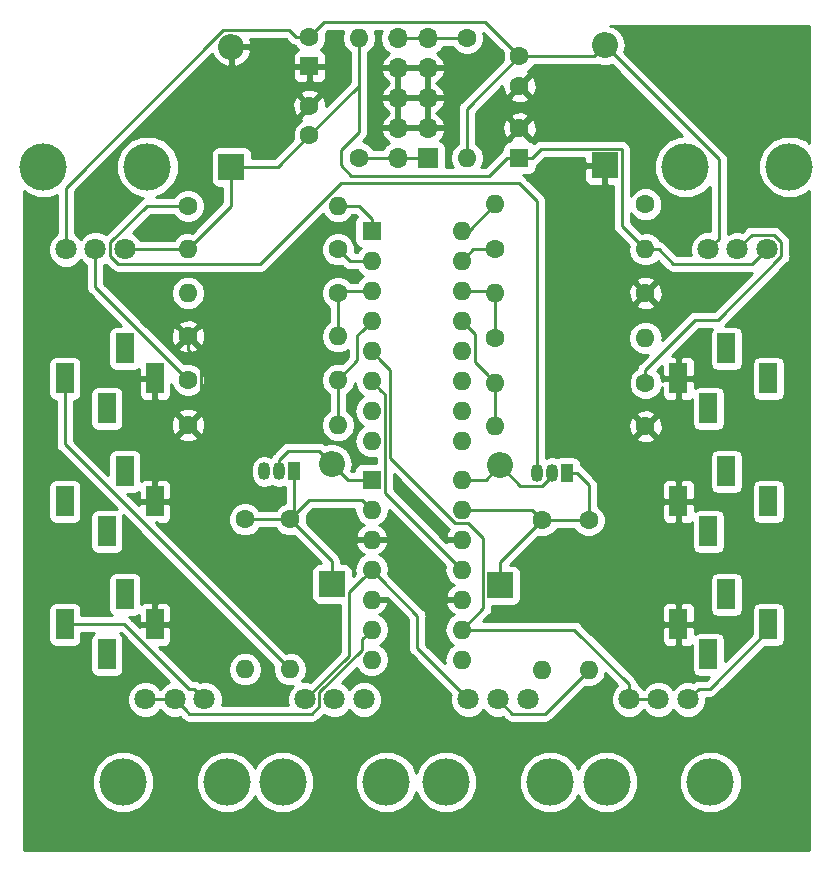
<source format=gbl>
G04 #@! TF.GenerationSoftware,KiCad,Pcbnew,(5.0.2)-1*
G04 #@! TF.CreationDate,2019-03-14T16:01:40+00:00*
G04 #@! TF.ProjectId,vca,7663612e-6b69-4636-9164-5f7063625858,rev?*
G04 #@! TF.SameCoordinates,Original*
G04 #@! TF.FileFunction,Copper,L2,Bot*
G04 #@! TF.FilePolarity,Positive*
%FSLAX46Y46*%
G04 Gerber Fmt 4.6, Leading zero omitted, Abs format (unit mm)*
G04 Created by KiCad (PCBNEW (5.0.2)-1) date 14/03/2019 16:01:40*
%MOMM*%
%LPD*%
G01*
G04 APERTURE LIST*
G04 #@! TA.AperFunction,ComponentPad*
%ADD10C,1.800000*%
G04 #@! TD*
G04 #@! TA.AperFunction,WasherPad*
%ADD11C,4.000000*%
G04 #@! TD*
G04 #@! TA.AperFunction,ComponentPad*
%ADD12R,1.500000X2.500000*%
G04 #@! TD*
G04 #@! TA.AperFunction,ComponentPad*
%ADD13R,1.600000X1.600000*%
G04 #@! TD*
G04 #@! TA.AperFunction,ComponentPad*
%ADD14C,1.600000*%
G04 #@! TD*
G04 #@! TA.AperFunction,ComponentPad*
%ADD15O,2.200000X2.200000*%
G04 #@! TD*
G04 #@! TA.AperFunction,ComponentPad*
%ADD16R,2.200000X2.200000*%
G04 #@! TD*
G04 #@! TA.AperFunction,ComponentPad*
%ADD17R,1.700000X1.700000*%
G04 #@! TD*
G04 #@! TA.AperFunction,ComponentPad*
%ADD18O,1.700000X1.700000*%
G04 #@! TD*
G04 #@! TA.AperFunction,ComponentPad*
%ADD19O,1.600000X1.600000*%
G04 #@! TD*
G04 #@! TA.AperFunction,ComponentPad*
%ADD20O,1.050000X1.500000*%
G04 #@! TD*
G04 #@! TA.AperFunction,ComponentPad*
%ADD21R,1.050000X1.500000*%
G04 #@! TD*
G04 #@! TA.AperFunction,Conductor*
%ADD22C,0.250000*%
G04 #@! TD*
G04 #@! TA.AperFunction,Conductor*
%ADD23C,0.254000*%
G04 #@! TD*
G04 APERTURE END LIST*
D10*
G04 #@! TO.P,RV6,3*
G04 #@! TO.N,Net-(J6-PadT)*
X73660000Y-93599000D03*
G04 #@! TO.P,RV6,2*
G04 #@! TO.N,Net-(RV6-Pad1)*
X71160000Y-93599000D03*
G04 #@! TO.P,RV6,1*
X68660000Y-93599000D03*
D11*
G04 #@! TO.P,RV6,*
G04 #@! TO.N,*
X75560000Y-100599000D03*
X66760000Y-100599000D03*
G04 #@! TD*
D10*
G04 #@! TO.P,RV3,3*
G04 #@! TO.N,Net-(J3-PadT)*
X114601000Y-93599000D03*
G04 #@! TO.P,RV3,2*
G04 #@! TO.N,Net-(RV3-Pad1)*
X112101000Y-93599000D03*
G04 #@! TO.P,RV3,1*
X109601000Y-93599000D03*
D11*
G04 #@! TO.P,RV3,*
G04 #@! TO.N,*
X116501000Y-100599000D03*
X107701000Y-100599000D03*
G04 #@! TD*
D12*
G04 #@! TO.P,J1,S*
G04 #@! TO.N,GND*
X113792000Y-76835000D03*
G04 #@! TO.P,J1,G*
G04 #@! TO.N,Net-(J1-PadG)*
X117856000Y-74295000D03*
G04 #@! TO.P,J1,R*
G04 #@! TO.N,Net-(J1-PadR)*
X116332000Y-79375000D03*
G04 #@! TO.P,J1,T*
G04 #@! TO.N,Net-(J1-PadT)*
X121412000Y-76835000D03*
G04 #@! TD*
G04 #@! TO.P,J2,T*
G04 #@! TO.N,Net-(J2-PadT)*
X121412000Y-66421000D03*
G04 #@! TO.P,J2,R*
G04 #@! TO.N,Net-(J2-PadR)*
X116332000Y-68961000D03*
G04 #@! TO.P,J2,G*
G04 #@! TO.N,Net-(J2-PadG)*
X117856000Y-63881000D03*
G04 #@! TO.P,J2,S*
G04 #@! TO.N,GND*
X113792000Y-66421000D03*
G04 #@! TD*
D13*
G04 #@! TO.P,C5,1*
G04 #@! TO.N,12V_*
X100330000Y-47752000D03*
D14*
G04 #@! TO.P,C5,2*
G04 #@! TO.N,GND*
X100330000Y-45252000D03*
G04 #@! TD*
G04 #@! TO.P,C6,2*
G04 #@! TO.N,-12V_*
X82550000Y-37505000D03*
D13*
G04 #@! TO.P,C6,1*
G04 #@! TO.N,GND*
X82550000Y-40005000D03*
G04 #@! TD*
D14*
G04 #@! TO.P,C7,1*
G04 #@! TO.N,12V_*
X82550000Y-45847000D03*
G04 #@! TO.P,C7,2*
G04 #@! TO.N,GND*
X82550000Y-43347000D03*
G04 #@! TD*
G04 #@! TO.P,C8,2*
G04 #@! TO.N,-12V_*
X100330000Y-39156000D03*
G04 #@! TO.P,C8,1*
G04 #@! TO.N,GND*
X100330000Y-41656000D03*
G04 #@! TD*
D15*
G04 #@! TO.P,D1,2*
G04 #@! TO.N,Net-(D1-Pad2)*
X98679000Y-73787000D03*
D16*
G04 #@! TO.P,D1,1*
G04 #@! TO.N,Net-(D1-Pad1)*
X98679000Y-83947000D03*
G04 #@! TD*
G04 #@! TO.P,D2,1*
G04 #@! TO.N,Net-(D2-Pad1)*
X84455000Y-83820000D03*
D15*
G04 #@! TO.P,D2,2*
G04 #@! TO.N,Net-(D2-Pad2)*
X84455000Y-73660000D03*
G04 #@! TD*
D16*
G04 #@! TO.P,D4,1*
G04 #@! TO.N,12V_*
X75946000Y-48514000D03*
D15*
G04 #@! TO.P,D4,2*
G04 #@! TO.N,GND*
X75946000Y-38354000D03*
G04 #@! TD*
G04 #@! TO.P,D5,2*
G04 #@! TO.N,-12V_*
X107569000Y-38227000D03*
D16*
G04 #@! TO.P,D5,1*
G04 #@! TO.N,GND*
X107569000Y-48387000D03*
G04 #@! TD*
D12*
G04 #@! TO.P,J3,T*
G04 #@! TO.N,Net-(J3-PadT)*
X121412000Y-87249000D03*
G04 #@! TO.P,J3,R*
G04 #@! TO.N,Net-(J3-PadR)*
X116332000Y-89789000D03*
G04 #@! TO.P,J3,G*
G04 #@! TO.N,Net-(J3-PadG)*
X117856000Y-84709000D03*
G04 #@! TO.P,J3,S*
G04 #@! TO.N,GND*
X113792000Y-87249000D03*
G04 #@! TD*
G04 #@! TO.P,J4,S*
G04 #@! TO.N,GND*
X69469000Y-76835000D03*
G04 #@! TO.P,J4,G*
G04 #@! TO.N,Net-(J4-PadG)*
X65405000Y-79375000D03*
G04 #@! TO.P,J4,R*
G04 #@! TO.N,Net-(J4-PadR)*
X66929000Y-74295000D03*
G04 #@! TO.P,J4,T*
G04 #@! TO.N,Net-(J4-PadT)*
X61849000Y-76835000D03*
G04 #@! TD*
G04 #@! TO.P,J5,S*
G04 #@! TO.N,GND*
X69469000Y-66421000D03*
G04 #@! TO.P,J5,G*
G04 #@! TO.N,Net-(J5-PadG)*
X65405000Y-68961000D03*
G04 #@! TO.P,J5,R*
G04 #@! TO.N,Net-(J5-PadR)*
X66929000Y-63881000D03*
G04 #@! TO.P,J5,T*
G04 #@! TO.N,Net-(J5-PadT)*
X61849000Y-66421000D03*
G04 #@! TD*
G04 #@! TO.P,J6,T*
G04 #@! TO.N,Net-(J6-PadT)*
X61849000Y-87249000D03*
G04 #@! TO.P,J6,R*
G04 #@! TO.N,Net-(J6-PadR)*
X66929000Y-84709000D03*
G04 #@! TO.P,J6,G*
G04 #@! TO.N,Net-(J6-PadG)*
X65405000Y-89789000D03*
G04 #@! TO.P,J6,S*
G04 #@! TO.N,GND*
X69469000Y-87249000D03*
G04 #@! TD*
D17*
G04 #@! TO.P,J8,1*
G04 #@! TO.N,12VC*
X92583000Y-47752000D03*
D18*
G04 #@! TO.P,J8,2*
X90043000Y-47752000D03*
G04 #@! TO.P,J8,3*
G04 #@! TO.N,GND*
X92583000Y-45212000D03*
G04 #@! TO.P,J8,4*
X90043000Y-45212000D03*
G04 #@! TO.P,J8,5*
X92583000Y-42672000D03*
G04 #@! TO.P,J8,6*
X90043000Y-42672000D03*
G04 #@! TO.P,J8,7*
X92583000Y-40132000D03*
G04 #@! TO.P,J8,8*
X90043000Y-40132000D03*
G04 #@! TO.P,J8,9*
G04 #@! TO.N,-12VC*
X92583000Y-37592000D03*
G04 #@! TO.P,J8,10*
X90043000Y-37592000D03*
G04 #@! TD*
D14*
G04 #@! TO.P,L1,1*
G04 #@! TO.N,12VC*
X86741000Y-47752000D03*
D19*
G04 #@! TO.P,L1,2*
G04 #@! TO.N,12V_*
X86741000Y-37592000D03*
G04 #@! TD*
G04 #@! TO.P,L2,2*
G04 #@! TO.N,-12V_*
X95885000Y-47752000D03*
D14*
G04 #@! TO.P,L2,1*
G04 #@! TO.N,-12VC*
X95885000Y-37592000D03*
G04 #@! TD*
D20*
G04 #@! TO.P,Q1,2*
G04 #@! TO.N,Net-(D1-Pad2)*
X103124000Y-74422000D03*
G04 #@! TO.P,Q1,3*
G04 #@! TO.N,Net-(Q1-Pad3)*
X101854000Y-74422000D03*
D21*
G04 #@! TO.P,Q1,1*
G04 #@! TO.N,Net-(D1-Pad1)*
X104394000Y-74422000D03*
G04 #@! TD*
G04 #@! TO.P,Q2,1*
G04 #@! TO.N,Net-(D2-Pad1)*
X81280000Y-74295000D03*
D20*
G04 #@! TO.P,Q2,3*
G04 #@! TO.N,Net-(Q2-Pad3)*
X78740000Y-74295000D03*
G04 #@! TO.P,Q2,2*
G04 #@! TO.N,Net-(D2-Pad2)*
X80010000Y-74295000D03*
G04 #@! TD*
D14*
G04 #@! TO.P,R1,1*
G04 #@! TO.N,Net-(D1-Pad1)*
X102254772Y-78418773D03*
D19*
G04 #@! TO.P,R1,2*
G04 #@! TO.N,Net-(J2-PadT)*
X102254772Y-91118773D03*
G04 #@! TD*
G04 #@! TO.P,R2,2*
G04 #@! TO.N,Net-(R2-Pad2)*
X106191772Y-91118773D03*
D14*
G04 #@! TO.P,R2,1*
G04 #@! TO.N,Net-(D1-Pad1)*
X106191772Y-78418773D03*
G04 #@! TD*
G04 #@! TO.P,R3,1*
G04 #@! TO.N,Net-(R3-Pad1)*
X84963000Y-55499000D03*
D19*
G04 #@! TO.P,R3,2*
G04 #@! TO.N,12V_*
X72263000Y-55499000D03*
G04 #@! TD*
G04 #@! TO.P,R4,2*
G04 #@! TO.N,Net-(J1-PadT)*
X72263000Y-59182000D03*
D14*
G04 #@! TO.P,R4,1*
G04 #@! TO.N,Net-(R4-Pad1)*
X84963000Y-59182000D03*
G04 #@! TD*
G04 #@! TO.P,R5,1*
G04 #@! TO.N,GND*
X72263000Y-62865000D03*
D19*
G04 #@! TO.P,R5,2*
G04 #@! TO.N,Net-(R4-Pad1)*
X84963000Y-62865000D03*
G04 #@! TD*
D14*
G04 #@! TO.P,R6,1*
G04 #@! TO.N,Net-(R6-Pad1)*
X72263000Y-66548000D03*
D19*
G04 #@! TO.P,R6,2*
G04 #@! TO.N,Net-(R6-Pad2)*
X84963000Y-66548000D03*
G04 #@! TD*
D14*
G04 #@! TO.P,R7,1*
G04 #@! TO.N,GND*
X72263000Y-70358000D03*
D19*
G04 #@! TO.P,R7,2*
G04 #@! TO.N,Net-(R6-Pad2)*
X84963000Y-70358000D03*
G04 #@! TD*
G04 #@! TO.P,R8,2*
G04 #@! TO.N,Net-(R8-Pad2)*
X84963000Y-51816000D03*
D14*
G04 #@! TO.P,R8,1*
G04 #@! TO.N,Net-(Q1-Pad3)*
X72263000Y-51816000D03*
G04 #@! TD*
D19*
G04 #@! TO.P,R9,2*
G04 #@! TO.N,Net-(J5-PadT)*
X80899000Y-91059000D03*
D14*
G04 #@! TO.P,R9,1*
G04 #@! TO.N,Net-(D2-Pad1)*
X80899000Y-78359000D03*
G04 #@! TD*
G04 #@! TO.P,R10,1*
G04 #@! TO.N,Net-(D2-Pad1)*
X77089000Y-78359000D03*
D19*
G04 #@! TO.P,R10,2*
G04 #@! TO.N,Net-(R10-Pad2)*
X77089000Y-91059000D03*
G04 #@! TD*
G04 #@! TO.P,R11,2*
G04 #@! TO.N,12V_*
X110998000Y-55499000D03*
D14*
G04 #@! TO.P,R11,1*
G04 #@! TO.N,Net-(R11-Pad1)*
X98298000Y-55499000D03*
G04 #@! TD*
G04 #@! TO.P,R12,1*
G04 #@! TO.N,Net-(R12-Pad1)*
X98298000Y-62992000D03*
D19*
G04 #@! TO.P,R12,2*
G04 #@! TO.N,Net-(J4-PadT)*
X110998000Y-62992000D03*
G04 #@! TD*
G04 #@! TO.P,R13,2*
G04 #@! TO.N,Net-(R12-Pad1)*
X98298000Y-59182000D03*
D14*
G04 #@! TO.P,R13,1*
G04 #@! TO.N,GND*
X110998000Y-59182000D03*
G04 #@! TD*
D19*
G04 #@! TO.P,R14,2*
G04 #@! TO.N,Net-(R14-Pad2)*
X98298000Y-66802000D03*
D14*
G04 #@! TO.P,R14,1*
G04 #@! TO.N,Net-(R14-Pad1)*
X110998000Y-66802000D03*
G04 #@! TD*
G04 #@! TO.P,R15,1*
G04 #@! TO.N,GND*
X110998000Y-70485000D03*
D19*
G04 #@! TO.P,R15,2*
G04 #@! TO.N,Net-(R14-Pad2)*
X98298000Y-70485000D03*
G04 #@! TD*
G04 #@! TO.P,R16,2*
G04 #@! TO.N,Net-(R16-Pad2)*
X98298000Y-51689000D03*
D14*
G04 #@! TO.P,R16,1*
G04 #@! TO.N,Net-(Q2-Pad3)*
X110998000Y-51689000D03*
G04 #@! TD*
D11*
G04 #@! TO.P,RV1,*
G04 #@! TO.N,*
X94112000Y-100599000D03*
X102912000Y-100599000D03*
D10*
G04 #@! TO.P,RV1,1*
G04 #@! TO.N,12V_*
X96012000Y-93599000D03*
G04 #@! TO.P,RV1,2*
G04 #@! TO.N,Net-(R2-Pad2)*
X98512000Y-93599000D03*
G04 #@! TO.P,RV1,3*
G04 #@! TO.N,-12V_*
X101012000Y-93599000D03*
G04 #@! TD*
D11*
G04 #@! TO.P,RV2,*
G04 #@! TO.N,*
X68829000Y-48499000D03*
X60029000Y-48499000D03*
D10*
G04 #@! TO.P,RV2,1*
G04 #@! TO.N,12V_*
X66929000Y-55499000D03*
G04 #@! TO.P,RV2,2*
G04 #@! TO.N,Net-(R6-Pad1)*
X64429000Y-55499000D03*
G04 #@! TO.P,RV2,3*
G04 #@! TO.N,-12V_*
X61929000Y-55499000D03*
G04 #@! TD*
D11*
G04 #@! TO.P,RV4,*
G04 #@! TO.N,*
X80269000Y-100599000D03*
X89069000Y-100599000D03*
D10*
G04 #@! TO.P,RV4,1*
G04 #@! TO.N,12V_*
X82169000Y-93599000D03*
G04 #@! TO.P,RV4,2*
G04 #@! TO.N,Net-(R10-Pad2)*
X84669000Y-93599000D03*
G04 #@! TO.P,RV4,3*
G04 #@! TO.N,-12V_*
X87169000Y-93599000D03*
G04 #@! TD*
G04 #@! TO.P,RV5,3*
G04 #@! TO.N,-12V_*
X116285000Y-55499000D03*
G04 #@! TO.P,RV5,2*
G04 #@! TO.N,Net-(R14-Pad1)*
X118785000Y-55499000D03*
G04 #@! TO.P,RV5,1*
G04 #@! TO.N,12V_*
X121285000Y-55499000D03*
D11*
G04 #@! TO.P,RV5,*
G04 #@! TO.N,*
X114385000Y-48499000D03*
X123185000Y-48499000D03*
G04 #@! TD*
D13*
G04 #@! TO.P,U1,1*
G04 #@! TO.N,Net-(D2-Pad2)*
X87808001Y-74999001D03*
D19*
G04 #@! TO.P,U1,8*
G04 #@! TO.N,Net-(J3-PadT)*
X95428001Y-90239001D03*
G04 #@! TO.P,U1,2*
G04 #@! TO.N,Net-(D2-Pad1)*
X87808001Y-77539001D03*
G04 #@! TO.P,U1,9*
G04 #@! TO.N,Net-(RV3-Pad1)*
X95428001Y-87699001D03*
G04 #@! TO.P,U1,3*
G04 #@! TO.N,GND*
X87808001Y-80079001D03*
G04 #@! TO.P,U1,10*
X95428001Y-85159001D03*
G04 #@! TO.P,U1,4*
G04 #@! TO.N,12V_*
X87808001Y-82619001D03*
G04 #@! TO.P,U1,11*
G04 #@! TO.N,-12V_*
X95428001Y-82619001D03*
G04 #@! TO.P,U1,5*
G04 #@! TO.N,GND*
X87808001Y-85159001D03*
G04 #@! TO.P,U1,12*
X95428001Y-80079001D03*
G04 #@! TO.P,U1,6*
G04 #@! TO.N,Net-(RV6-Pad1)*
X87808001Y-87699001D03*
G04 #@! TO.P,U1,13*
G04 #@! TO.N,Net-(D1-Pad1)*
X95428001Y-77539001D03*
G04 #@! TO.P,U1,7*
G04 #@! TO.N,Net-(J6-PadT)*
X87808001Y-90239001D03*
G04 #@! TO.P,U1,14*
G04 #@! TO.N,Net-(D1-Pad2)*
X95428001Y-74999001D03*
G04 #@! TD*
D13*
G04 #@! TO.P,U2,1*
G04 #@! TO.N,Net-(R8-Pad2)*
X87808001Y-53949001D03*
D19*
G04 #@! TO.P,U2,9*
G04 #@! TO.N,N/C*
X95428001Y-71729001D03*
G04 #@! TO.P,U2,2*
G04 #@! TO.N,Net-(R3-Pad1)*
X87808001Y-56489001D03*
G04 #@! TO.P,U2,10*
G04 #@! TO.N,N/C*
X95428001Y-69189001D03*
G04 #@! TO.P,U2,3*
G04 #@! TO.N,Net-(R4-Pad1)*
X87808001Y-59029001D03*
G04 #@! TO.P,U2,11*
G04 #@! TO.N,12V_*
X95428001Y-66649001D03*
G04 #@! TO.P,U2,4*
G04 #@! TO.N,Net-(R6-Pad2)*
X87808001Y-61569001D03*
G04 #@! TO.P,U2,12*
G04 #@! TO.N,Net-(RV6-Pad1)*
X95428001Y-64109001D03*
G04 #@! TO.P,U2,5*
G04 #@! TO.N,Net-(RV3-Pad1)*
X87808001Y-64109001D03*
G04 #@! TO.P,U2,13*
G04 #@! TO.N,Net-(R14-Pad2)*
X95428001Y-61569001D03*
G04 #@! TO.P,U2,6*
G04 #@! TO.N,-12V_*
X87808001Y-66649001D03*
G04 #@! TO.P,U2,14*
G04 #@! TO.N,Net-(R12-Pad1)*
X95428001Y-59029001D03*
G04 #@! TO.P,U2,7*
G04 #@! TO.N,N/C*
X87808001Y-69189001D03*
G04 #@! TO.P,U2,15*
G04 #@! TO.N,Net-(R11-Pad1)*
X95428001Y-56489001D03*
G04 #@! TO.P,U2,8*
G04 #@! TO.N,N/C*
X87808001Y-71729001D03*
G04 #@! TO.P,U2,16*
G04 #@! TO.N,Net-(R16-Pad2)*
X95428001Y-53949001D03*
G04 #@! TD*
D22*
G04 #@! TO.N,GND*
X107569000Y-55753000D02*
X107569000Y-48387000D01*
X110998000Y-59182000D02*
X107569000Y-55753000D01*
X73062999Y-69558001D02*
X72263000Y-70358000D01*
X73388001Y-69232999D02*
X73062999Y-69558001D01*
X73388001Y-65121371D02*
X73388001Y-69232999D01*
X72263000Y-63996370D02*
X73388001Y-65121371D01*
X72263000Y-62865000D02*
X72263000Y-63996370D01*
G04 #@! TO.N,Net-(D1-Pad2)*
X97466999Y-74999001D02*
X98679000Y-73787000D01*
X95428001Y-74999001D02*
X97466999Y-74999001D01*
X103124000Y-74647000D02*
X103124000Y-74422000D01*
X102273990Y-75497010D02*
X103124000Y-74647000D01*
X100389010Y-75497010D02*
X102273990Y-75497010D01*
X98679000Y-73787000D02*
X100389010Y-75497010D01*
G04 #@! TO.N,Net-(D1-Pad1)*
X105169000Y-74422000D02*
X104394000Y-74422000D01*
X106191772Y-75444772D02*
X105169000Y-74422000D01*
X106191772Y-78418773D02*
X106191772Y-75444772D01*
X102254772Y-78418773D02*
X106191772Y-78418773D01*
X98679000Y-81994545D02*
X102254772Y-78418773D01*
X98679000Y-83947000D02*
X98679000Y-81994545D01*
X101375000Y-77539001D02*
X102254772Y-78418773D01*
X95428001Y-77539001D02*
X101375000Y-77539001D01*
G04 #@! TO.N,Net-(D2-Pad1)*
X81698999Y-77559001D02*
X80899000Y-78359000D01*
X82518998Y-76739002D02*
X81698999Y-77559001D01*
X87008002Y-76739002D02*
X82518998Y-76739002D01*
X87808001Y-77539001D02*
X87008002Y-76739002D01*
X81280000Y-77978000D02*
X80899000Y-78359000D01*
X81280000Y-74295000D02*
X81280000Y-77978000D01*
X77089000Y-78359000D02*
X80899000Y-78359000D01*
X84455000Y-81915000D02*
X80899000Y-78359000D01*
X84455000Y-83820000D02*
X84455000Y-81915000D01*
G04 #@! TO.N,Net-(D2-Pad2)*
X85794001Y-74999001D02*
X84455000Y-73660000D01*
X87808001Y-74999001D02*
X85794001Y-74999001D01*
X83355001Y-72560001D02*
X84455000Y-73660000D01*
X80744999Y-72560001D02*
X83355001Y-72560001D01*
X80010000Y-73295000D02*
X80744999Y-72560001D01*
X80010000Y-74295000D02*
X80010000Y-73295000D01*
G04 #@! TO.N,Net-(J3-PadT)*
X121412000Y-87749000D02*
X121412000Y-87249000D01*
X116461999Y-92699001D02*
X121412000Y-87749000D01*
X115500999Y-92699001D02*
X116461999Y-92699001D01*
X114601000Y-93599000D02*
X115500999Y-92699001D01*
G04 #@! TO.N,Net-(J5-PadT)*
X61849000Y-72009000D02*
X61849000Y-66421000D01*
X80899000Y-91059000D02*
X61849000Y-72009000D01*
G04 #@! TO.N,Net-(J6-PadT)*
X72760001Y-92699001D02*
X73660000Y-93599000D01*
X72333999Y-92699001D02*
X72760001Y-92699001D01*
X66883998Y-87249000D02*
X72333999Y-92699001D01*
X61849000Y-87249000D02*
X66883998Y-87249000D01*
G04 #@! TO.N,Net-(Q1-Pad3)*
X101854000Y-73422000D02*
X101854000Y-74422000D01*
X100330000Y-49911000D02*
X101854000Y-51435000D01*
X101854000Y-51435000D02*
X101854000Y-73422000D01*
X72263000Y-51816000D02*
X68798998Y-51816000D01*
X85202998Y-49911000D02*
X100330000Y-49911000D01*
X65703999Y-54910999D02*
X65703999Y-56087001D01*
X65703999Y-56087001D02*
X66340999Y-56724001D01*
X68798998Y-51816000D02*
X65703999Y-54910999D01*
X66340999Y-56724001D02*
X78389997Y-56724001D01*
X78389997Y-56724001D02*
X85202998Y-49911000D01*
G04 #@! TO.N,Net-(R2-Pad2)*
X105391773Y-91918772D02*
X106191772Y-91118773D01*
X102486544Y-94824001D02*
X105391773Y-91918772D01*
X99737001Y-94824001D02*
X102486544Y-94824001D01*
X98512000Y-93599000D02*
X99737001Y-94824001D01*
G04 #@! TO.N,Net-(R3-Pad1)*
X85953001Y-56489001D02*
X87808001Y-56489001D01*
X84963000Y-55499000D02*
X85953001Y-56489001D01*
G04 #@! TO.N,Net-(R4-Pad1)*
X85115999Y-59029001D02*
X84963000Y-59182000D01*
X87808001Y-59029001D02*
X85115999Y-59029001D01*
X84963000Y-62865000D02*
X84963000Y-59182000D01*
G04 #@! TO.N,Net-(R6-Pad1)*
X64429000Y-58714000D02*
X72263000Y-66548000D01*
X64429000Y-55499000D02*
X64429000Y-58714000D01*
G04 #@! TO.N,Net-(R6-Pad2)*
X87008002Y-62369000D02*
X87808001Y-61569001D01*
X86614000Y-62763002D02*
X87008002Y-62369000D01*
X86614000Y-64897000D02*
X86614000Y-62763002D01*
X84963000Y-66548000D02*
X86614000Y-64897000D01*
X84963000Y-70358000D02*
X84963000Y-66548000D01*
G04 #@! TO.N,Net-(R8-Pad2)*
X86094370Y-51816000D02*
X84963000Y-51816000D01*
X86725000Y-51816000D02*
X86094370Y-51816000D01*
X87808001Y-52899001D02*
X86725000Y-51816000D01*
X87808001Y-53949001D02*
X87808001Y-52899001D01*
G04 #@! TO.N,Net-(R11-Pad1)*
X96418002Y-55499000D02*
X95428001Y-56489001D01*
X98298000Y-55499000D02*
X96418002Y-55499000D01*
G04 #@! TO.N,Net-(R12-Pad1)*
X98145001Y-59029001D02*
X98298000Y-59182000D01*
X95428001Y-59029001D02*
X98145001Y-59029001D01*
X98298000Y-61860630D02*
X98298000Y-59182000D01*
X98298000Y-62992000D02*
X98298000Y-61860630D01*
G04 #@! TO.N,Net-(R14-Pad2)*
X97498001Y-66002001D02*
X98298000Y-66802000D01*
X96553002Y-65057002D02*
X97498001Y-66002001D01*
X96553002Y-62694002D02*
X96553002Y-65057002D01*
X95428001Y-61569001D02*
X96553002Y-62694002D01*
X98298000Y-69353630D02*
X98298000Y-66802000D01*
X98298000Y-70485000D02*
X98298000Y-69353630D01*
G04 #@! TO.N,Net-(R14-Pad1)*
X122510001Y-56087001D02*
X117129002Y-61468000D01*
X122510001Y-54910999D02*
X122510001Y-56087001D01*
X121873001Y-54273999D02*
X122510001Y-54910999D01*
X118785000Y-55499000D02*
X120010001Y-54273999D01*
X120010001Y-54273999D02*
X121873001Y-54273999D01*
X110998000Y-65670630D02*
X110998000Y-66802000D01*
X115200630Y-61468000D02*
X110998000Y-65670630D01*
X117129002Y-61468000D02*
X115200630Y-61468000D01*
G04 #@! TO.N,Net-(R16-Pad2)*
X96037999Y-53949001D02*
X95428001Y-53949001D01*
X98298000Y-51689000D02*
X96037999Y-53949001D01*
G04 #@! TO.N,Net-(RV3-Pad1)*
X110828208Y-93599000D02*
X109601000Y-93599000D01*
X112101000Y-93599000D02*
X110828208Y-93599000D01*
X109601000Y-92326208D02*
X109601000Y-93599000D01*
X104973793Y-87699001D02*
X109601000Y-92326208D01*
X95428001Y-87699001D02*
X104973793Y-87699001D01*
X88608000Y-64909000D02*
X87808001Y-64109001D01*
X94888000Y-78664002D02*
X89383012Y-73159014D01*
X89383012Y-73159014D02*
X89383012Y-65684012D01*
X95968002Y-78664002D02*
X94888000Y-78664002D01*
X97253999Y-79949999D02*
X95968002Y-78664002D01*
X89383012Y-65684012D02*
X88608000Y-64909000D01*
X97253999Y-85873003D02*
X97253999Y-79949999D01*
X95428001Y-87699001D02*
X97253999Y-85873003D01*
G04 #@! TO.N,Net-(RV6-Pad1)*
X68660000Y-93599000D02*
X71160000Y-93599000D01*
X72059999Y-94498999D02*
X71160000Y-93599000D01*
X72385001Y-94824001D02*
X72059999Y-94498999D01*
X82757001Y-94824001D02*
X72385001Y-94824001D01*
X83394001Y-94187001D02*
X82757001Y-94824001D01*
X83394001Y-93010999D02*
X83394001Y-94187001D01*
X87008002Y-89396998D02*
X83394001Y-93010999D01*
X87008002Y-88499000D02*
X87008002Y-89396998D01*
X87808001Y-87699001D02*
X87008002Y-88499000D01*
G04 #@! TO.N,12V_*
X86741000Y-41656000D02*
X86741000Y-37592000D01*
X82550000Y-45847000D02*
X86741000Y-41656000D01*
X79883000Y-48514000D02*
X82550000Y-45847000D01*
X75946000Y-48514000D02*
X79883000Y-48514000D01*
X86741000Y-41656000D02*
X86741000Y-45593000D01*
X86741000Y-45593000D02*
X85217000Y-47117000D01*
X85217000Y-47117000D02*
X85217000Y-48387000D01*
X85217000Y-48387000D02*
X86106000Y-49276000D01*
X99280000Y-47752000D02*
X100330000Y-47752000D01*
X97756000Y-49276000D02*
X99280000Y-47752000D01*
X86106000Y-49276000D02*
X97756000Y-49276000D01*
X68201792Y-55499000D02*
X72263000Y-55499000D01*
X66929000Y-55499000D02*
X68201792Y-55499000D01*
X75946000Y-51816000D02*
X72263000Y-55499000D01*
X75946000Y-48514000D02*
X75946000Y-51816000D01*
X120385001Y-56398999D02*
X121285000Y-55499000D01*
X120059999Y-56724001D02*
X120385001Y-56398999D01*
X113354371Y-56724001D02*
X120059999Y-56724001D01*
X112129370Y-55499000D02*
X113354371Y-56724001D01*
X110998000Y-55499000D02*
X112129370Y-55499000D01*
X101380000Y-47752000D02*
X100330000Y-47752000D01*
X102170001Y-46961999D02*
X101380000Y-47752000D01*
X108929001Y-46961999D02*
X102170001Y-46961999D01*
X108994001Y-47026999D02*
X108929001Y-46961999D01*
X108994001Y-53495001D02*
X108994001Y-47026999D01*
X110998000Y-55499000D02*
X108994001Y-53495001D01*
X87008002Y-83419000D02*
X87808001Y-82619001D01*
X85880001Y-84547001D02*
X87008002Y-83419000D01*
X85880001Y-89887999D02*
X85880001Y-84547001D01*
X82169000Y-93599000D02*
X85880001Y-89887999D01*
X88608000Y-83419000D02*
X87808001Y-82619001D01*
X91694000Y-86505000D02*
X88608000Y-83419000D01*
X96012000Y-93599000D02*
X91694000Y-89281000D01*
X91694000Y-89281000D02*
X91694000Y-86505000D01*
G04 #@! TO.N,-12V_*
X95885000Y-43601000D02*
X100330000Y-39156000D01*
X95885000Y-47752000D02*
X95885000Y-43601000D01*
X106640000Y-39156000D02*
X107569000Y-38227000D01*
X100330000Y-39156000D02*
X106640000Y-39156000D01*
X61929000Y-54226208D02*
X61929000Y-55499000D01*
X61929000Y-50261998D02*
X61929000Y-54226208D01*
X75261999Y-36928999D02*
X61929000Y-50261998D01*
X80842629Y-36928999D02*
X75261999Y-36928999D01*
X81418630Y-37505000D02*
X80842629Y-36928999D01*
X82550000Y-37505000D02*
X81418630Y-37505000D01*
X117184999Y-54599001D02*
X116285000Y-55499000D01*
X117184999Y-47842999D02*
X117184999Y-54599001D01*
X107569000Y-38227000D02*
X117184999Y-47842999D01*
X88608000Y-67449000D02*
X87808001Y-66649001D01*
X88933002Y-67774002D02*
X88608000Y-67449000D01*
X88933002Y-76124002D02*
X88933002Y-67774002D01*
X95428001Y-82619001D02*
X88933002Y-76124002D01*
X99530001Y-38356001D02*
X100330000Y-39156000D01*
X97413010Y-36239010D02*
X99530001Y-38356001D01*
X83815990Y-36239010D02*
X97413010Y-36239010D01*
X82550000Y-37505000D02*
X83815990Y-36239010D01*
G04 #@! TO.N,12VC*
X86741000Y-47752000D02*
X90043000Y-47752000D01*
X90043000Y-47752000D02*
X92583000Y-47752000D01*
G04 #@! TO.N,-12VC*
X92583000Y-37592000D02*
X90043000Y-37592000D01*
X95885000Y-37592000D02*
X92583000Y-37592000D01*
G04 #@! TD*
D23*
G04 #@! TO.N,GND*
G36*
X124868001Y-46455548D02*
X124677608Y-46265155D01*
X123709134Y-45864000D01*
X122660866Y-45864000D01*
X121692392Y-46265155D01*
X120951155Y-47006392D01*
X120550000Y-47974866D01*
X120550000Y-49023134D01*
X120951155Y-49991608D01*
X121692392Y-50732845D01*
X122660866Y-51134000D01*
X123709134Y-51134000D01*
X124677608Y-50732845D01*
X124868001Y-50542452D01*
X124868000Y-106326000D01*
X58393000Y-106326000D01*
X58393000Y-100074866D01*
X64125000Y-100074866D01*
X64125000Y-101123134D01*
X64526155Y-102091608D01*
X65267392Y-102832845D01*
X66235866Y-103234000D01*
X67284134Y-103234000D01*
X68252608Y-102832845D01*
X68993845Y-102091608D01*
X69395000Y-101123134D01*
X69395000Y-100074866D01*
X72925000Y-100074866D01*
X72925000Y-101123134D01*
X73326155Y-102091608D01*
X74067392Y-102832845D01*
X75035866Y-103234000D01*
X76084134Y-103234000D01*
X77052608Y-102832845D01*
X77793845Y-102091608D01*
X77914500Y-101800321D01*
X78035155Y-102091608D01*
X78776392Y-102832845D01*
X79744866Y-103234000D01*
X80793134Y-103234000D01*
X81761608Y-102832845D01*
X82502845Y-102091608D01*
X82904000Y-101123134D01*
X82904000Y-100074866D01*
X86434000Y-100074866D01*
X86434000Y-101123134D01*
X86835155Y-102091608D01*
X87576392Y-102832845D01*
X88544866Y-103234000D01*
X89593134Y-103234000D01*
X90561608Y-102832845D01*
X91302845Y-102091608D01*
X91590500Y-101397147D01*
X91878155Y-102091608D01*
X92619392Y-102832845D01*
X93587866Y-103234000D01*
X94636134Y-103234000D01*
X95604608Y-102832845D01*
X96345845Y-102091608D01*
X96747000Y-101123134D01*
X96747000Y-100074866D01*
X100277000Y-100074866D01*
X100277000Y-101123134D01*
X100678155Y-102091608D01*
X101419392Y-102832845D01*
X102387866Y-103234000D01*
X103436134Y-103234000D01*
X104404608Y-102832845D01*
X105145845Y-102091608D01*
X105306500Y-101703752D01*
X105467155Y-102091608D01*
X106208392Y-102832845D01*
X107176866Y-103234000D01*
X108225134Y-103234000D01*
X109193608Y-102832845D01*
X109934845Y-102091608D01*
X110336000Y-101123134D01*
X110336000Y-100074866D01*
X113866000Y-100074866D01*
X113866000Y-101123134D01*
X114267155Y-102091608D01*
X115008392Y-102832845D01*
X115976866Y-103234000D01*
X117025134Y-103234000D01*
X117993608Y-102832845D01*
X118734845Y-102091608D01*
X119136000Y-101123134D01*
X119136000Y-100074866D01*
X118734845Y-99106392D01*
X117993608Y-98365155D01*
X117025134Y-97964000D01*
X115976866Y-97964000D01*
X115008392Y-98365155D01*
X114267155Y-99106392D01*
X113866000Y-100074866D01*
X110336000Y-100074866D01*
X109934845Y-99106392D01*
X109193608Y-98365155D01*
X108225134Y-97964000D01*
X107176866Y-97964000D01*
X106208392Y-98365155D01*
X105467155Y-99106392D01*
X105306500Y-99494248D01*
X105145845Y-99106392D01*
X104404608Y-98365155D01*
X103436134Y-97964000D01*
X102387866Y-97964000D01*
X101419392Y-98365155D01*
X100678155Y-99106392D01*
X100277000Y-100074866D01*
X96747000Y-100074866D01*
X96345845Y-99106392D01*
X95604608Y-98365155D01*
X94636134Y-97964000D01*
X93587866Y-97964000D01*
X92619392Y-98365155D01*
X91878155Y-99106392D01*
X91590500Y-99800853D01*
X91302845Y-99106392D01*
X90561608Y-98365155D01*
X89593134Y-97964000D01*
X88544866Y-97964000D01*
X87576392Y-98365155D01*
X86835155Y-99106392D01*
X86434000Y-100074866D01*
X82904000Y-100074866D01*
X82502845Y-99106392D01*
X81761608Y-98365155D01*
X80793134Y-97964000D01*
X79744866Y-97964000D01*
X78776392Y-98365155D01*
X78035155Y-99106392D01*
X77914500Y-99397679D01*
X77793845Y-99106392D01*
X77052608Y-98365155D01*
X76084134Y-97964000D01*
X75035866Y-97964000D01*
X74067392Y-98365155D01*
X73326155Y-99106392D01*
X72925000Y-100074866D01*
X69395000Y-100074866D01*
X68993845Y-99106392D01*
X68252608Y-98365155D01*
X67284134Y-97964000D01*
X66235866Y-97964000D01*
X65267392Y-98365155D01*
X64526155Y-99106392D01*
X64125000Y-100074866D01*
X58393000Y-100074866D01*
X58393000Y-75585000D01*
X60451560Y-75585000D01*
X60451560Y-78085000D01*
X60500843Y-78332765D01*
X60641191Y-78542809D01*
X60851235Y-78683157D01*
X61099000Y-78732440D01*
X62599000Y-78732440D01*
X62846765Y-78683157D01*
X63056809Y-78542809D01*
X63197157Y-78332765D01*
X63246440Y-78085000D01*
X63246440Y-75585000D01*
X63197157Y-75337235D01*
X63056809Y-75127191D01*
X62846765Y-74986843D01*
X62599000Y-74937560D01*
X61099000Y-74937560D01*
X60851235Y-74986843D01*
X60641191Y-75127191D01*
X60500843Y-75337235D01*
X60451560Y-75585000D01*
X58393000Y-75585000D01*
X58393000Y-50589453D01*
X58536392Y-50732845D01*
X59504866Y-51134000D01*
X60553134Y-51134000D01*
X61169000Y-50878900D01*
X61169001Y-54151352D01*
X61169000Y-54151357D01*
X61169000Y-54152331D01*
X61059493Y-54197690D01*
X60627690Y-54629493D01*
X60394000Y-55193670D01*
X60394000Y-55804330D01*
X60627690Y-56368507D01*
X61059493Y-56800310D01*
X61623670Y-57034000D01*
X62234330Y-57034000D01*
X62798507Y-56800310D01*
X63179000Y-56419817D01*
X63559493Y-56800310D01*
X63669000Y-56845670D01*
X63669001Y-58639148D01*
X63654112Y-58714000D01*
X63669001Y-58788852D01*
X63713097Y-59010537D01*
X63881072Y-59261929D01*
X63944528Y-59304329D01*
X66623759Y-61983560D01*
X66179000Y-61983560D01*
X65931235Y-62032843D01*
X65721191Y-62173191D01*
X65580843Y-62383235D01*
X65531560Y-62631000D01*
X65531560Y-65131000D01*
X65580843Y-65378765D01*
X65721191Y-65588809D01*
X65931235Y-65729157D01*
X66179000Y-65778440D01*
X67679000Y-65778440D01*
X67926765Y-65729157D01*
X68084000Y-65624095D01*
X68084000Y-66135250D01*
X68242750Y-66294000D01*
X69342000Y-66294000D01*
X69342000Y-66274000D01*
X69596000Y-66274000D01*
X69596000Y-66294000D01*
X69616000Y-66294000D01*
X69616000Y-66548000D01*
X69596000Y-66548000D01*
X69596000Y-68147250D01*
X69754750Y-68306000D01*
X70345310Y-68306000D01*
X70578699Y-68209327D01*
X70757327Y-68030698D01*
X70854000Y-67797309D01*
X70854000Y-66896208D01*
X71046466Y-67360862D01*
X71450138Y-67764534D01*
X71977561Y-67983000D01*
X72548439Y-67983000D01*
X73075862Y-67764534D01*
X73479534Y-67360862D01*
X73698000Y-66833439D01*
X73698000Y-66262561D01*
X73479534Y-65735138D01*
X73075862Y-65331466D01*
X72548439Y-65113000D01*
X71977561Y-65113000D01*
X71924698Y-65134896D01*
X70662547Y-63872745D01*
X71434861Y-63872745D01*
X71508995Y-64118864D01*
X72046223Y-64311965D01*
X72616454Y-64284778D01*
X73017005Y-64118864D01*
X73091139Y-63872745D01*
X72263000Y-63044605D01*
X71434861Y-63872745D01*
X70662547Y-63872745D01*
X69438025Y-62648223D01*
X70816035Y-62648223D01*
X70843222Y-63218454D01*
X71009136Y-63619005D01*
X71255255Y-63693139D01*
X72083395Y-62865000D01*
X72442605Y-62865000D01*
X73270745Y-63693139D01*
X73516864Y-63619005D01*
X73709965Y-63081777D01*
X73682778Y-62511546D01*
X73516864Y-62110995D01*
X73270745Y-62036861D01*
X72442605Y-62865000D01*
X72083395Y-62865000D01*
X71255255Y-62036861D01*
X71009136Y-62110995D01*
X70816035Y-62648223D01*
X69438025Y-62648223D01*
X68647057Y-61857255D01*
X71434861Y-61857255D01*
X72263000Y-62685395D01*
X73091139Y-61857255D01*
X73017005Y-61611136D01*
X72479777Y-61418035D01*
X71909546Y-61445222D01*
X71508995Y-61611136D01*
X71434861Y-61857255D01*
X68647057Y-61857255D01*
X65971802Y-59182000D01*
X70799887Y-59182000D01*
X70911260Y-59741909D01*
X71228423Y-60216577D01*
X71703091Y-60533740D01*
X72121667Y-60617000D01*
X72404333Y-60617000D01*
X72822909Y-60533740D01*
X73297577Y-60216577D01*
X73614740Y-59741909D01*
X73726113Y-59182000D01*
X73614740Y-58622091D01*
X73297577Y-58147423D01*
X72822909Y-57830260D01*
X72404333Y-57747000D01*
X72121667Y-57747000D01*
X71703091Y-57830260D01*
X71228423Y-58147423D01*
X70911260Y-58622091D01*
X70799887Y-59182000D01*
X65971802Y-59182000D01*
X65189000Y-58399199D01*
X65189000Y-56845669D01*
X65298507Y-56800310D01*
X65320507Y-56778310D01*
X65750670Y-57208474D01*
X65793070Y-57271930D01*
X66044462Y-57439905D01*
X66266147Y-57484001D01*
X66266151Y-57484001D01*
X66340998Y-57498889D01*
X66415845Y-57484001D01*
X78315150Y-57484001D01*
X78389997Y-57498889D01*
X78464844Y-57484001D01*
X78464849Y-57484001D01*
X78686534Y-57439905D01*
X78937926Y-57271930D01*
X78980328Y-57208471D01*
X83692022Y-52496778D01*
X83928423Y-52850577D01*
X84403091Y-53167740D01*
X84821667Y-53251000D01*
X85104333Y-53251000D01*
X85522909Y-53167740D01*
X85997577Y-52850577D01*
X86181043Y-52576000D01*
X86410199Y-52576000D01*
X86540258Y-52706059D01*
X86409844Y-52901236D01*
X86360561Y-53149001D01*
X86360561Y-54749001D01*
X86409844Y-54996766D01*
X86550192Y-55206810D01*
X86760236Y-55347158D01*
X86894107Y-55373786D01*
X86773424Y-55454424D01*
X86589958Y-55729001D01*
X86398000Y-55729001D01*
X86398000Y-55213561D01*
X86179534Y-54686138D01*
X85775862Y-54282466D01*
X85248439Y-54064000D01*
X84677561Y-54064000D01*
X84150138Y-54282466D01*
X83746466Y-54686138D01*
X83528000Y-55213561D01*
X83528000Y-55784439D01*
X83746466Y-56311862D01*
X84150138Y-56715534D01*
X84677561Y-56934000D01*
X85248439Y-56934000D01*
X85301302Y-56912104D01*
X85362672Y-56973474D01*
X85405072Y-57036930D01*
X85468528Y-57079330D01*
X85656463Y-57204905D01*
X85704606Y-57214481D01*
X85878149Y-57249001D01*
X85878153Y-57249001D01*
X85953001Y-57263889D01*
X86027849Y-57249001D01*
X86589958Y-57249001D01*
X86773424Y-57523578D01*
X87125759Y-57759001D01*
X86773424Y-57994424D01*
X86589958Y-58269001D01*
X86079397Y-58269001D01*
X85775862Y-57965466D01*
X85248439Y-57747000D01*
X84677561Y-57747000D01*
X84150138Y-57965466D01*
X83746466Y-58369138D01*
X83528000Y-58896561D01*
X83528000Y-59467439D01*
X83746466Y-59994862D01*
X84150138Y-60398534D01*
X84203001Y-60420430D01*
X84203000Y-61646956D01*
X83928423Y-61830423D01*
X83611260Y-62305091D01*
X83499887Y-62865000D01*
X83611260Y-63424909D01*
X83928423Y-63899577D01*
X84403091Y-64216740D01*
X84821667Y-64300000D01*
X85104333Y-64300000D01*
X85522909Y-64216740D01*
X85854000Y-63995512D01*
X85854000Y-64582198D01*
X85286886Y-65149312D01*
X85104333Y-65113000D01*
X84821667Y-65113000D01*
X84403091Y-65196260D01*
X83928423Y-65513423D01*
X83611260Y-65988091D01*
X83499887Y-66548000D01*
X83611260Y-67107909D01*
X83928423Y-67582577D01*
X84203001Y-67766044D01*
X84203000Y-69139956D01*
X83928423Y-69323423D01*
X83611260Y-69798091D01*
X83499887Y-70358000D01*
X83611260Y-70917909D01*
X83928423Y-71392577D01*
X84403091Y-71709740D01*
X84821667Y-71793000D01*
X85104333Y-71793000D01*
X85522909Y-71709740D01*
X85997577Y-71392577D01*
X86314740Y-70917909D01*
X86426113Y-70358000D01*
X86314740Y-69798091D01*
X85997577Y-69323423D01*
X85723000Y-69139957D01*
X85723000Y-67766043D01*
X85997577Y-67582577D01*
X86314740Y-67107909D01*
X86375455Y-66802673D01*
X86456261Y-67208910D01*
X86773424Y-67683578D01*
X87125759Y-67919001D01*
X86773424Y-68154424D01*
X86456261Y-68629092D01*
X86344888Y-69189001D01*
X86456261Y-69748910D01*
X86773424Y-70223578D01*
X87125759Y-70459001D01*
X86773424Y-70694424D01*
X86456261Y-71169092D01*
X86344888Y-71729001D01*
X86456261Y-72288910D01*
X86773424Y-72763578D01*
X87248092Y-73080741D01*
X87666668Y-73164001D01*
X87949334Y-73164001D01*
X88173002Y-73119511D01*
X88173002Y-73551561D01*
X87008001Y-73551561D01*
X86760236Y-73600844D01*
X86550192Y-73741192D01*
X86409844Y-73951236D01*
X86360561Y-74199001D01*
X86360561Y-74239001D01*
X86108820Y-74239001D01*
X86223990Y-73660000D01*
X86089334Y-72983037D01*
X85705865Y-72409135D01*
X85131963Y-72025666D01*
X84625880Y-71925000D01*
X84284120Y-71925000D01*
X83889957Y-72003404D01*
X83651538Y-71844097D01*
X83429853Y-71800001D01*
X83429848Y-71800001D01*
X83355001Y-71785113D01*
X83280154Y-71800001D01*
X80819847Y-71800001D01*
X80744999Y-71785113D01*
X80670151Y-71800001D01*
X80670147Y-71800001D01*
X80448462Y-71844097D01*
X80197070Y-72012072D01*
X80154670Y-72075528D01*
X79525528Y-72704671D01*
X79462072Y-72747071D01*
X79419672Y-72810527D01*
X79419671Y-72810528D01*
X79361518Y-72897560D01*
X79294097Y-72998463D01*
X79285906Y-73039644D01*
X79192609Y-72977305D01*
X78740000Y-72887275D01*
X78287392Y-72977305D01*
X77903688Y-73233687D01*
X77647305Y-73617391D01*
X77580000Y-73955754D01*
X77580000Y-74634245D01*
X77647305Y-74972608D01*
X77903687Y-75356313D01*
X78287391Y-75612695D01*
X78740000Y-75702725D01*
X79192608Y-75612695D01*
X79375000Y-75490825D01*
X79557391Y-75612695D01*
X80010000Y-75702725D01*
X80461866Y-75612842D01*
X80507235Y-75643157D01*
X80520000Y-75645696D01*
X80520001Y-76962754D01*
X80086138Y-77142466D01*
X79682466Y-77546138D01*
X79660570Y-77599000D01*
X78327430Y-77599000D01*
X78305534Y-77546138D01*
X77901862Y-77142466D01*
X77374439Y-76924000D01*
X76803561Y-76924000D01*
X76276138Y-77142466D01*
X75872466Y-77546138D01*
X75654000Y-78073561D01*
X75654000Y-78644439D01*
X75872466Y-79171862D01*
X76276138Y-79575534D01*
X76803561Y-79794000D01*
X77374439Y-79794000D01*
X77901862Y-79575534D01*
X78305534Y-79171862D01*
X78327430Y-79119000D01*
X79660570Y-79119000D01*
X79682466Y-79171862D01*
X80086138Y-79575534D01*
X80613561Y-79794000D01*
X81184439Y-79794000D01*
X81237302Y-79772103D01*
X83537757Y-82072560D01*
X83355000Y-82072560D01*
X83107235Y-82121843D01*
X82897191Y-82262191D01*
X82756843Y-82472235D01*
X82707560Y-82720000D01*
X82707560Y-84920000D01*
X82756843Y-85167765D01*
X82897191Y-85377809D01*
X83107235Y-85518157D01*
X83355000Y-85567440D01*
X85120002Y-85567440D01*
X85120001Y-89573197D01*
X82583839Y-92109360D01*
X82474330Y-92064000D01*
X81953340Y-92064000D01*
X82250740Y-91618909D01*
X82362113Y-91059000D01*
X82250740Y-90499091D01*
X81933577Y-90024423D01*
X81458909Y-89707260D01*
X81040333Y-89624000D01*
X80757667Y-89624000D01*
X80575115Y-89660312D01*
X69596002Y-78681200D01*
X69596002Y-78561252D01*
X69754750Y-78720000D01*
X70345310Y-78720000D01*
X70578699Y-78623327D01*
X70757327Y-78444698D01*
X70854000Y-78211309D01*
X70854000Y-77120750D01*
X70695250Y-76962000D01*
X69596000Y-76962000D01*
X69596000Y-76982000D01*
X69342000Y-76982000D01*
X69342000Y-76962000D01*
X68242750Y-76962000D01*
X68084000Y-77120750D01*
X68084000Y-77169198D01*
X67107241Y-76192440D01*
X67679000Y-76192440D01*
X67926765Y-76143157D01*
X68084000Y-76038095D01*
X68084000Y-76549250D01*
X68242750Y-76708000D01*
X69342000Y-76708000D01*
X69342000Y-75108750D01*
X69596000Y-75108750D01*
X69596000Y-76708000D01*
X70695250Y-76708000D01*
X70854000Y-76549250D01*
X70854000Y-75458691D01*
X70757327Y-75225302D01*
X70578699Y-75046673D01*
X70345310Y-74950000D01*
X69754750Y-74950000D01*
X69596000Y-75108750D01*
X69342000Y-75108750D01*
X69183250Y-74950000D01*
X68592690Y-74950000D01*
X68359301Y-75046673D01*
X68326440Y-75079534D01*
X68326440Y-73045000D01*
X68277157Y-72797235D01*
X68136809Y-72587191D01*
X67926765Y-72446843D01*
X67679000Y-72397560D01*
X66179000Y-72397560D01*
X65931235Y-72446843D01*
X65721191Y-72587191D01*
X65580843Y-72797235D01*
X65531560Y-73045000D01*
X65531560Y-74616759D01*
X62609000Y-71694199D01*
X62609000Y-71365745D01*
X71434861Y-71365745D01*
X71508995Y-71611864D01*
X72046223Y-71804965D01*
X72616454Y-71777778D01*
X73017005Y-71611864D01*
X73091139Y-71365745D01*
X72263000Y-70537605D01*
X71434861Y-71365745D01*
X62609000Y-71365745D01*
X62609000Y-68316451D01*
X62846765Y-68269157D01*
X63056809Y-68128809D01*
X63197157Y-67918765D01*
X63238483Y-67711000D01*
X64007560Y-67711000D01*
X64007560Y-70211000D01*
X64056843Y-70458765D01*
X64197191Y-70668809D01*
X64407235Y-70809157D01*
X64655000Y-70858440D01*
X66155000Y-70858440D01*
X66402765Y-70809157D01*
X66612809Y-70668809D01*
X66753157Y-70458765D01*
X66802440Y-70211000D01*
X66802440Y-70141223D01*
X70816035Y-70141223D01*
X70843222Y-70711454D01*
X71009136Y-71112005D01*
X71255255Y-71186139D01*
X72083395Y-70358000D01*
X72442605Y-70358000D01*
X73270745Y-71186139D01*
X73516864Y-71112005D01*
X73709965Y-70574777D01*
X73682778Y-70004546D01*
X73516864Y-69603995D01*
X73270745Y-69529861D01*
X72442605Y-70358000D01*
X72083395Y-70358000D01*
X71255255Y-69529861D01*
X71009136Y-69603995D01*
X70816035Y-70141223D01*
X66802440Y-70141223D01*
X66802440Y-69350255D01*
X71434861Y-69350255D01*
X72263000Y-70178395D01*
X73091139Y-69350255D01*
X73017005Y-69104136D01*
X72479777Y-68911035D01*
X71909546Y-68938222D01*
X71508995Y-69104136D01*
X71434861Y-69350255D01*
X66802440Y-69350255D01*
X66802440Y-67711000D01*
X66753157Y-67463235D01*
X66612809Y-67253191D01*
X66402765Y-67112843D01*
X66155000Y-67063560D01*
X64655000Y-67063560D01*
X64407235Y-67112843D01*
X64197191Y-67253191D01*
X64056843Y-67463235D01*
X64007560Y-67711000D01*
X63238483Y-67711000D01*
X63246440Y-67671000D01*
X63246440Y-66706750D01*
X68084000Y-66706750D01*
X68084000Y-67797309D01*
X68180673Y-68030698D01*
X68359301Y-68209327D01*
X68592690Y-68306000D01*
X69183250Y-68306000D01*
X69342000Y-68147250D01*
X69342000Y-66548000D01*
X68242750Y-66548000D01*
X68084000Y-66706750D01*
X63246440Y-66706750D01*
X63246440Y-65171000D01*
X63197157Y-64923235D01*
X63056809Y-64713191D01*
X62846765Y-64572843D01*
X62599000Y-64523560D01*
X61099000Y-64523560D01*
X60851235Y-64572843D01*
X60641191Y-64713191D01*
X60500843Y-64923235D01*
X60451560Y-65171000D01*
X60451560Y-67671000D01*
X60500843Y-67918765D01*
X60641191Y-68128809D01*
X60851235Y-68269157D01*
X61089001Y-68316451D01*
X61089000Y-71934153D01*
X61074112Y-72009000D01*
X61089000Y-72083847D01*
X61089000Y-72083851D01*
X61133096Y-72305536D01*
X61301071Y-72556929D01*
X61364530Y-72599331D01*
X66264549Y-77499350D01*
X66155000Y-77477560D01*
X64655000Y-77477560D01*
X64407235Y-77526843D01*
X64197191Y-77667191D01*
X64056843Y-77877235D01*
X64007560Y-78125000D01*
X64007560Y-80625000D01*
X64056843Y-80872765D01*
X64197191Y-81082809D01*
X64407235Y-81223157D01*
X64655000Y-81272440D01*
X66155000Y-81272440D01*
X66402765Y-81223157D01*
X66612809Y-81082809D01*
X66753157Y-80872765D01*
X66802440Y-80625000D01*
X66802440Y-78125000D01*
X66780650Y-78015451D01*
X79500312Y-90735115D01*
X79435887Y-91059000D01*
X79547260Y-91618909D01*
X79864423Y-92093577D01*
X80339091Y-92410740D01*
X80757667Y-92494000D01*
X81040333Y-92494000D01*
X81118789Y-92478394D01*
X80867690Y-92729493D01*
X80634000Y-93293670D01*
X80634000Y-93904330D01*
X80700138Y-94064001D01*
X75128862Y-94064001D01*
X75195000Y-93904330D01*
X75195000Y-93293670D01*
X74961310Y-92729493D01*
X74529507Y-92297690D01*
X73965330Y-92064000D01*
X73354670Y-92064000D01*
X73245373Y-92109272D01*
X73056538Y-91983097D01*
X72834853Y-91939001D01*
X72834848Y-91939001D01*
X72760001Y-91924113D01*
X72685154Y-91939001D01*
X72648802Y-91939001D01*
X71768801Y-91059000D01*
X75625887Y-91059000D01*
X75737260Y-91618909D01*
X76054423Y-92093577D01*
X76529091Y-92410740D01*
X76947667Y-92494000D01*
X77230333Y-92494000D01*
X77648909Y-92410740D01*
X78123577Y-92093577D01*
X78440740Y-91618909D01*
X78552113Y-91059000D01*
X78440740Y-90499091D01*
X78123577Y-90024423D01*
X77648909Y-89707260D01*
X77230333Y-89624000D01*
X76947667Y-89624000D01*
X76529091Y-89707260D01*
X76054423Y-90024423D01*
X75737260Y-90499091D01*
X75625887Y-91059000D01*
X71768801Y-91059000D01*
X69843800Y-89134000D01*
X70345310Y-89134000D01*
X70578699Y-89037327D01*
X70757327Y-88858698D01*
X70854000Y-88625309D01*
X70854000Y-87534750D01*
X70695250Y-87376000D01*
X69596000Y-87376000D01*
X69596000Y-87396000D01*
X69342000Y-87396000D01*
X69342000Y-87376000D01*
X68242750Y-87376000D01*
X68164275Y-87454475D01*
X67474329Y-86764530D01*
X67431927Y-86701071D01*
X67290302Y-86606440D01*
X67679000Y-86606440D01*
X67926765Y-86557157D01*
X68084000Y-86452095D01*
X68084000Y-86963250D01*
X68242750Y-87122000D01*
X69342000Y-87122000D01*
X69342000Y-85522750D01*
X69596000Y-85522750D01*
X69596000Y-87122000D01*
X70695250Y-87122000D01*
X70854000Y-86963250D01*
X70854000Y-85872691D01*
X70757327Y-85639302D01*
X70578699Y-85460673D01*
X70345310Y-85364000D01*
X69754750Y-85364000D01*
X69596000Y-85522750D01*
X69342000Y-85522750D01*
X69183250Y-85364000D01*
X68592690Y-85364000D01*
X68359301Y-85460673D01*
X68326440Y-85493534D01*
X68326440Y-83459000D01*
X68277157Y-83211235D01*
X68136809Y-83001191D01*
X67926765Y-82860843D01*
X67679000Y-82811560D01*
X66179000Y-82811560D01*
X65931235Y-82860843D01*
X65721191Y-83001191D01*
X65580843Y-83211235D01*
X65531560Y-83459000D01*
X65531560Y-85959000D01*
X65580843Y-86206765D01*
X65721191Y-86416809D01*
X65829232Y-86489000D01*
X63246440Y-86489000D01*
X63246440Y-85999000D01*
X63197157Y-85751235D01*
X63056809Y-85541191D01*
X62846765Y-85400843D01*
X62599000Y-85351560D01*
X61099000Y-85351560D01*
X60851235Y-85400843D01*
X60641191Y-85541191D01*
X60500843Y-85751235D01*
X60451560Y-85999000D01*
X60451560Y-88499000D01*
X60500843Y-88746765D01*
X60641191Y-88956809D01*
X60851235Y-89097157D01*
X61099000Y-89146440D01*
X62599000Y-89146440D01*
X62846765Y-89097157D01*
X63056809Y-88956809D01*
X63197157Y-88746765D01*
X63246440Y-88499000D01*
X63246440Y-88009000D01*
X64305232Y-88009000D01*
X64197191Y-88081191D01*
X64056843Y-88291235D01*
X64007560Y-88539000D01*
X64007560Y-91039000D01*
X64056843Y-91286765D01*
X64197191Y-91496809D01*
X64407235Y-91637157D01*
X64655000Y-91686440D01*
X66155000Y-91686440D01*
X66402765Y-91637157D01*
X66612809Y-91496809D01*
X66753157Y-91286765D01*
X66802440Y-91039000D01*
X66802440Y-88539000D01*
X66753157Y-88291235D01*
X66612809Y-88081191D01*
X66504768Y-88009000D01*
X66569197Y-88009000D01*
X70691700Y-92131504D01*
X70290493Y-92297690D01*
X69910000Y-92678183D01*
X69529507Y-92297690D01*
X68965330Y-92064000D01*
X68354670Y-92064000D01*
X67790493Y-92297690D01*
X67358690Y-92729493D01*
X67125000Y-93293670D01*
X67125000Y-93904330D01*
X67358690Y-94468507D01*
X67790493Y-94900310D01*
X68354670Y-95134000D01*
X68965330Y-95134000D01*
X69529507Y-94900310D01*
X69910000Y-94519817D01*
X70290493Y-94900310D01*
X70854670Y-95134000D01*
X71465330Y-95134000D01*
X71574838Y-95088640D01*
X71575526Y-95089328D01*
X71575529Y-95089330D01*
X71794670Y-95308471D01*
X71837072Y-95371930D01*
X72088464Y-95539905D01*
X72310149Y-95584001D01*
X72310153Y-95584001D01*
X72385000Y-95598889D01*
X72459847Y-95584001D01*
X82682154Y-95584001D01*
X82757001Y-95598889D01*
X82831848Y-95584001D01*
X82831853Y-95584001D01*
X83053538Y-95539905D01*
X83304930Y-95371930D01*
X83347332Y-95308471D01*
X83777493Y-94878310D01*
X83799493Y-94900310D01*
X84363670Y-95134000D01*
X84974330Y-95134000D01*
X85538507Y-94900310D01*
X85919000Y-94519817D01*
X86299493Y-94900310D01*
X86863670Y-95134000D01*
X87474330Y-95134000D01*
X88038507Y-94900310D01*
X88470310Y-94468507D01*
X88704000Y-93904330D01*
X88704000Y-93293670D01*
X88470310Y-92729493D01*
X88038507Y-92297690D01*
X87474330Y-92064000D01*
X86863670Y-92064000D01*
X86299493Y-92297690D01*
X85919000Y-92678183D01*
X85538507Y-92297690D01*
X85286497Y-92193304D01*
X86546235Y-90933566D01*
X86773424Y-91273578D01*
X87248092Y-91590741D01*
X87666668Y-91674001D01*
X87949334Y-91674001D01*
X88367910Y-91590741D01*
X88842578Y-91273578D01*
X89159741Y-90798910D01*
X89271114Y-90239001D01*
X89159741Y-89679092D01*
X88842578Y-89204424D01*
X88490243Y-88969001D01*
X88842578Y-88733578D01*
X89159741Y-88258910D01*
X89271114Y-87699001D01*
X89159741Y-87139092D01*
X88842578Y-86664424D01*
X88458893Y-86408054D01*
X88663135Y-86311390D01*
X89039042Y-85896424D01*
X89199905Y-85508040D01*
X89077916Y-85286001D01*
X87935001Y-85286001D01*
X87935001Y-85306001D01*
X87681001Y-85306001D01*
X87681001Y-85286001D01*
X87661001Y-85286001D01*
X87661001Y-85032001D01*
X87681001Y-85032001D01*
X87681001Y-85012001D01*
X87935001Y-85012001D01*
X87935001Y-85032001D01*
X89077916Y-85032001D01*
X89102129Y-84987930D01*
X90934001Y-86819803D01*
X90934000Y-89206153D01*
X90919112Y-89281000D01*
X90934000Y-89355847D01*
X90934000Y-89355851D01*
X90978096Y-89577536D01*
X91146071Y-89828929D01*
X91209530Y-89871331D01*
X94522360Y-93184162D01*
X94477000Y-93293670D01*
X94477000Y-93904330D01*
X94710690Y-94468507D01*
X95142493Y-94900310D01*
X95706670Y-95134000D01*
X96317330Y-95134000D01*
X96881507Y-94900310D01*
X97262000Y-94519817D01*
X97642493Y-94900310D01*
X98206670Y-95134000D01*
X98817330Y-95134000D01*
X98926838Y-95088640D01*
X99146672Y-95308474D01*
X99189072Y-95371930D01*
X99440464Y-95539905D01*
X99662149Y-95584001D01*
X99662153Y-95584001D01*
X99737000Y-95598889D01*
X99811847Y-95584001D01*
X102411697Y-95584001D01*
X102486544Y-95598889D01*
X102561391Y-95584001D01*
X102561396Y-95584001D01*
X102783081Y-95539905D01*
X103034473Y-95371930D01*
X103076875Y-95308471D01*
X105867886Y-92517461D01*
X106050439Y-92553773D01*
X106333105Y-92553773D01*
X106751681Y-92470513D01*
X107226349Y-92153350D01*
X107543512Y-91678682D01*
X107599119Y-91399128D01*
X108614587Y-92414596D01*
X108299690Y-92729493D01*
X108066000Y-93293670D01*
X108066000Y-93904330D01*
X108299690Y-94468507D01*
X108731493Y-94900310D01*
X109295670Y-95134000D01*
X109906330Y-95134000D01*
X110470507Y-94900310D01*
X110851000Y-94519817D01*
X111231493Y-94900310D01*
X111795670Y-95134000D01*
X112406330Y-95134000D01*
X112970507Y-94900310D01*
X113351000Y-94519817D01*
X113731493Y-94900310D01*
X114295670Y-95134000D01*
X114906330Y-95134000D01*
X115470507Y-94900310D01*
X115902310Y-94468507D01*
X116136000Y-93904330D01*
X116136000Y-93459001D01*
X116387152Y-93459001D01*
X116461999Y-93473889D01*
X116536846Y-93459001D01*
X116536851Y-93459001D01*
X116758536Y-93414905D01*
X117009928Y-93246930D01*
X117052330Y-93183471D01*
X121089362Y-89146440D01*
X122162000Y-89146440D01*
X122409765Y-89097157D01*
X122619809Y-88956809D01*
X122760157Y-88746765D01*
X122809440Y-88499000D01*
X122809440Y-85999000D01*
X122760157Y-85751235D01*
X122619809Y-85541191D01*
X122409765Y-85400843D01*
X122162000Y-85351560D01*
X120662000Y-85351560D01*
X120414235Y-85400843D01*
X120204191Y-85541191D01*
X120063843Y-85751235D01*
X120014560Y-85999000D01*
X120014560Y-88071638D01*
X117729440Y-90356759D01*
X117729440Y-88539000D01*
X117680157Y-88291235D01*
X117539809Y-88081191D01*
X117329765Y-87940843D01*
X117082000Y-87891560D01*
X115582000Y-87891560D01*
X115334235Y-87940843D01*
X115177000Y-88045905D01*
X115177000Y-87534750D01*
X115018250Y-87376000D01*
X113919000Y-87376000D01*
X113919000Y-88975250D01*
X114077750Y-89134000D01*
X114668310Y-89134000D01*
X114901699Y-89037327D01*
X114934560Y-89004466D01*
X114934560Y-91039000D01*
X114983843Y-91286765D01*
X115124191Y-91496809D01*
X115334235Y-91637157D01*
X115582000Y-91686440D01*
X116399759Y-91686440D01*
X116147198Y-91939001D01*
X115575847Y-91939001D01*
X115500999Y-91924113D01*
X115426151Y-91939001D01*
X115426147Y-91939001D01*
X115252604Y-91973521D01*
X115204461Y-91983097D01*
X115083382Y-92064000D01*
X115015627Y-92109272D01*
X114906330Y-92064000D01*
X114295670Y-92064000D01*
X113731493Y-92297690D01*
X113351000Y-92678183D01*
X112970507Y-92297690D01*
X112406330Y-92064000D01*
X111795670Y-92064000D01*
X111231493Y-92297690D01*
X110851000Y-92678183D01*
X110470507Y-92297690D01*
X110361210Y-92252418D01*
X110361000Y-92251361D01*
X110361000Y-92251356D01*
X110316904Y-92029671D01*
X110148929Y-91778279D01*
X110085473Y-91735879D01*
X105884344Y-87534750D01*
X112407000Y-87534750D01*
X112407000Y-88625309D01*
X112503673Y-88858698D01*
X112682301Y-89037327D01*
X112915690Y-89134000D01*
X113506250Y-89134000D01*
X113665000Y-88975250D01*
X113665000Y-87376000D01*
X112565750Y-87376000D01*
X112407000Y-87534750D01*
X105884344Y-87534750D01*
X105564124Y-87214531D01*
X105521722Y-87151072D01*
X105270330Y-86983097D01*
X105048645Y-86939001D01*
X105048640Y-86939001D01*
X104973793Y-86924113D01*
X104898946Y-86939001D01*
X97262803Y-86939001D01*
X97738472Y-86463332D01*
X97801928Y-86420932D01*
X97969903Y-86169540D01*
X98013999Y-85947855D01*
X98013999Y-85947851D01*
X98028887Y-85873004D01*
X98028825Y-85872691D01*
X112407000Y-85872691D01*
X112407000Y-86963250D01*
X112565750Y-87122000D01*
X113665000Y-87122000D01*
X113665000Y-85522750D01*
X113919000Y-85522750D01*
X113919000Y-87122000D01*
X115018250Y-87122000D01*
X115177000Y-86963250D01*
X115177000Y-85872691D01*
X115080327Y-85639302D01*
X114901699Y-85460673D01*
X114668310Y-85364000D01*
X114077750Y-85364000D01*
X113919000Y-85522750D01*
X113665000Y-85522750D01*
X113506250Y-85364000D01*
X112915690Y-85364000D01*
X112682301Y-85460673D01*
X112503673Y-85639302D01*
X112407000Y-85872691D01*
X98028825Y-85872691D01*
X98013999Y-85798157D01*
X98013999Y-85694440D01*
X99779000Y-85694440D01*
X100026765Y-85645157D01*
X100236809Y-85504809D01*
X100377157Y-85294765D01*
X100426440Y-85047000D01*
X100426440Y-83459000D01*
X116458560Y-83459000D01*
X116458560Y-85959000D01*
X116507843Y-86206765D01*
X116648191Y-86416809D01*
X116858235Y-86557157D01*
X117106000Y-86606440D01*
X118606000Y-86606440D01*
X118853765Y-86557157D01*
X119063809Y-86416809D01*
X119204157Y-86206765D01*
X119253440Y-85959000D01*
X119253440Y-83459000D01*
X119204157Y-83211235D01*
X119063809Y-83001191D01*
X118853765Y-82860843D01*
X118606000Y-82811560D01*
X117106000Y-82811560D01*
X116858235Y-82860843D01*
X116648191Y-83001191D01*
X116507843Y-83211235D01*
X116458560Y-83459000D01*
X100426440Y-83459000D01*
X100426440Y-82847000D01*
X100377157Y-82599235D01*
X100236809Y-82389191D01*
X100026765Y-82248843D01*
X99779000Y-82199560D01*
X99548786Y-82199560D01*
X101916470Y-79831877D01*
X101969333Y-79853773D01*
X102540211Y-79853773D01*
X103067634Y-79635307D01*
X103471306Y-79231635D01*
X103493202Y-79178773D01*
X104953342Y-79178773D01*
X104975238Y-79231635D01*
X105378910Y-79635307D01*
X105906333Y-79853773D01*
X106477211Y-79853773D01*
X107004634Y-79635307D01*
X107408306Y-79231635D01*
X107626772Y-78704212D01*
X107626772Y-78133334D01*
X107408306Y-77605911D01*
X107004634Y-77202239D01*
X106951772Y-77180343D01*
X106951772Y-77120750D01*
X112407000Y-77120750D01*
X112407000Y-78211309D01*
X112503673Y-78444698D01*
X112682301Y-78623327D01*
X112915690Y-78720000D01*
X113506250Y-78720000D01*
X113665000Y-78561250D01*
X113665000Y-76962000D01*
X113919000Y-76962000D01*
X113919000Y-78561250D01*
X114077750Y-78720000D01*
X114668310Y-78720000D01*
X114901699Y-78623327D01*
X114934560Y-78590466D01*
X114934560Y-80625000D01*
X114983843Y-80872765D01*
X115124191Y-81082809D01*
X115334235Y-81223157D01*
X115582000Y-81272440D01*
X117082000Y-81272440D01*
X117329765Y-81223157D01*
X117539809Y-81082809D01*
X117680157Y-80872765D01*
X117729440Y-80625000D01*
X117729440Y-78125000D01*
X117680157Y-77877235D01*
X117539809Y-77667191D01*
X117329765Y-77526843D01*
X117082000Y-77477560D01*
X115582000Y-77477560D01*
X115334235Y-77526843D01*
X115177000Y-77631905D01*
X115177000Y-77120750D01*
X115018250Y-76962000D01*
X113919000Y-76962000D01*
X113665000Y-76962000D01*
X112565750Y-76962000D01*
X112407000Y-77120750D01*
X106951772Y-77120750D01*
X106951772Y-75519618D01*
X106963891Y-75458691D01*
X112407000Y-75458691D01*
X112407000Y-76549250D01*
X112565750Y-76708000D01*
X113665000Y-76708000D01*
X113665000Y-75108750D01*
X113919000Y-75108750D01*
X113919000Y-76708000D01*
X115018250Y-76708000D01*
X115177000Y-76549250D01*
X115177000Y-75458691D01*
X115080327Y-75225302D01*
X114901699Y-75046673D01*
X114668310Y-74950000D01*
X114077750Y-74950000D01*
X113919000Y-75108750D01*
X113665000Y-75108750D01*
X113506250Y-74950000D01*
X112915690Y-74950000D01*
X112682301Y-75046673D01*
X112503673Y-75225302D01*
X112407000Y-75458691D01*
X106963891Y-75458691D01*
X106966660Y-75444771D01*
X106951772Y-75369924D01*
X106951772Y-75369920D01*
X106907676Y-75148235D01*
X106739701Y-74896843D01*
X106676245Y-74854443D01*
X105759331Y-73937530D01*
X105716929Y-73874071D01*
X105566440Y-73773517D01*
X105566440Y-73672000D01*
X105517157Y-73424235D01*
X105376809Y-73214191D01*
X105166765Y-73073843D01*
X105021760Y-73045000D01*
X116458560Y-73045000D01*
X116458560Y-75545000D01*
X116507843Y-75792765D01*
X116648191Y-76002809D01*
X116858235Y-76143157D01*
X117106000Y-76192440D01*
X118606000Y-76192440D01*
X118853765Y-76143157D01*
X119063809Y-76002809D01*
X119204157Y-75792765D01*
X119245483Y-75585000D01*
X120014560Y-75585000D01*
X120014560Y-78085000D01*
X120063843Y-78332765D01*
X120204191Y-78542809D01*
X120414235Y-78683157D01*
X120662000Y-78732440D01*
X122162000Y-78732440D01*
X122409765Y-78683157D01*
X122619809Y-78542809D01*
X122760157Y-78332765D01*
X122809440Y-78085000D01*
X122809440Y-75585000D01*
X122760157Y-75337235D01*
X122619809Y-75127191D01*
X122409765Y-74986843D01*
X122162000Y-74937560D01*
X120662000Y-74937560D01*
X120414235Y-74986843D01*
X120204191Y-75127191D01*
X120063843Y-75337235D01*
X120014560Y-75585000D01*
X119245483Y-75585000D01*
X119253440Y-75545000D01*
X119253440Y-73045000D01*
X119204157Y-72797235D01*
X119063809Y-72587191D01*
X118853765Y-72446843D01*
X118606000Y-72397560D01*
X117106000Y-72397560D01*
X116858235Y-72446843D01*
X116648191Y-72587191D01*
X116507843Y-72797235D01*
X116458560Y-73045000D01*
X105021760Y-73045000D01*
X104919000Y-73024560D01*
X103869000Y-73024560D01*
X103621235Y-73073843D01*
X103575867Y-73104157D01*
X103124000Y-73014275D01*
X102671392Y-73104305D01*
X102614000Y-73142653D01*
X102614000Y-71492745D01*
X110169861Y-71492745D01*
X110243995Y-71738864D01*
X110781223Y-71931965D01*
X111351454Y-71904778D01*
X111752005Y-71738864D01*
X111826139Y-71492745D01*
X110998000Y-70664605D01*
X110169861Y-71492745D01*
X102614000Y-71492745D01*
X102614000Y-70268223D01*
X109551035Y-70268223D01*
X109578222Y-70838454D01*
X109744136Y-71239005D01*
X109990255Y-71313139D01*
X110818395Y-70485000D01*
X111177605Y-70485000D01*
X112005745Y-71313139D01*
X112251864Y-71239005D01*
X112444965Y-70701777D01*
X112417778Y-70131546D01*
X112251864Y-69730995D01*
X112005745Y-69656861D01*
X111177605Y-70485000D01*
X110818395Y-70485000D01*
X109990255Y-69656861D01*
X109744136Y-69730995D01*
X109551035Y-70268223D01*
X102614000Y-70268223D01*
X102614000Y-69477255D01*
X110169861Y-69477255D01*
X110998000Y-70305395D01*
X111826139Y-69477255D01*
X111752005Y-69231136D01*
X111214777Y-69038035D01*
X110644546Y-69065222D01*
X110243995Y-69231136D01*
X110169861Y-69477255D01*
X102614000Y-69477255D01*
X102614000Y-60189745D01*
X110169861Y-60189745D01*
X110243995Y-60435864D01*
X110781223Y-60628965D01*
X111351454Y-60601778D01*
X111752005Y-60435864D01*
X111826139Y-60189745D01*
X110998000Y-59361605D01*
X110169861Y-60189745D01*
X102614000Y-60189745D01*
X102614000Y-58965223D01*
X109551035Y-58965223D01*
X109578222Y-59535454D01*
X109744136Y-59936005D01*
X109990255Y-60010139D01*
X110818395Y-59182000D01*
X111177605Y-59182000D01*
X112005745Y-60010139D01*
X112251864Y-59936005D01*
X112444965Y-59398777D01*
X112417778Y-58828546D01*
X112251864Y-58427995D01*
X112005745Y-58353861D01*
X111177605Y-59182000D01*
X110818395Y-59182000D01*
X109990255Y-58353861D01*
X109744136Y-58427995D01*
X109551035Y-58965223D01*
X102614000Y-58965223D01*
X102614000Y-58174255D01*
X110169861Y-58174255D01*
X110998000Y-59002395D01*
X111826139Y-58174255D01*
X111752005Y-57928136D01*
X111214777Y-57735035D01*
X110644546Y-57762222D01*
X110243995Y-57928136D01*
X110169861Y-58174255D01*
X102614000Y-58174255D01*
X102614000Y-51509846D01*
X102628888Y-51434999D01*
X102614000Y-51360152D01*
X102614000Y-51360148D01*
X102569904Y-51138463D01*
X102504856Y-51041112D01*
X102444329Y-50950526D01*
X102444327Y-50950524D01*
X102401929Y-50887071D01*
X102338476Y-50844673D01*
X100920331Y-49426530D01*
X100877929Y-49363071D01*
X100633038Y-49199440D01*
X101130000Y-49199440D01*
X101377765Y-49150157D01*
X101587809Y-49009809D01*
X101728157Y-48799765D01*
X101753421Y-48672750D01*
X105834000Y-48672750D01*
X105834000Y-49613309D01*
X105930673Y-49846698D01*
X106109301Y-50025327D01*
X106342690Y-50122000D01*
X107283250Y-50122000D01*
X107442000Y-49963250D01*
X107442000Y-48514000D01*
X105992750Y-48514000D01*
X105834000Y-48672750D01*
X101753421Y-48672750D01*
X101777440Y-48552000D01*
X101777440Y-48400483D01*
X101927929Y-48299929D01*
X101970331Y-48236470D01*
X102484803Y-47721999D01*
X105834000Y-47721999D01*
X105834000Y-48101250D01*
X105992750Y-48260000D01*
X107442000Y-48260000D01*
X107442000Y-48240000D01*
X107696000Y-48240000D01*
X107696000Y-48260000D01*
X107716000Y-48260000D01*
X107716000Y-48514000D01*
X107696000Y-48514000D01*
X107696000Y-49963250D01*
X107854750Y-50122000D01*
X108234002Y-50122000D01*
X108234001Y-53420154D01*
X108219113Y-53495001D01*
X108234001Y-53569848D01*
X108234001Y-53569852D01*
X108278097Y-53791537D01*
X108446072Y-54042930D01*
X108509531Y-54085332D01*
X109599312Y-55175114D01*
X109534887Y-55499000D01*
X109646260Y-56058909D01*
X109963423Y-56533577D01*
X110438091Y-56850740D01*
X110856667Y-56934000D01*
X111139333Y-56934000D01*
X111557909Y-56850740D01*
X112032577Y-56533577D01*
X112055235Y-56499667D01*
X112764042Y-57208474D01*
X112806442Y-57271930D01*
X113057834Y-57439905D01*
X113279519Y-57484001D01*
X113279523Y-57484001D01*
X113354370Y-57498889D01*
X113429217Y-57484001D01*
X119985152Y-57484001D01*
X120029398Y-57492802D01*
X116814201Y-60708000D01*
X115275476Y-60708000D01*
X115200629Y-60693112D01*
X115125782Y-60708000D01*
X115125778Y-60708000D01*
X114904093Y-60752096D01*
X114904091Y-60752097D01*
X114904092Y-60752097D01*
X114716156Y-60877671D01*
X114716154Y-60877673D01*
X114652701Y-60920071D01*
X114610303Y-60983524D01*
X112426173Y-63167655D01*
X112461113Y-62992000D01*
X112349740Y-62432091D01*
X112032577Y-61957423D01*
X111557909Y-61640260D01*
X111139333Y-61557000D01*
X110856667Y-61557000D01*
X110438091Y-61640260D01*
X109963423Y-61957423D01*
X109646260Y-62432091D01*
X109534887Y-62992000D01*
X109646260Y-63551909D01*
X109963423Y-64026577D01*
X110438091Y-64343740D01*
X110856667Y-64427000D01*
X111139333Y-64427000D01*
X111173656Y-64420173D01*
X110513530Y-65080299D01*
X110450071Y-65122701D01*
X110282096Y-65374094D01*
X110244982Y-65560678D01*
X110185138Y-65585466D01*
X109781466Y-65989138D01*
X109563000Y-66516561D01*
X109563000Y-67087439D01*
X109781466Y-67614862D01*
X110185138Y-68018534D01*
X110712561Y-68237000D01*
X111283439Y-68237000D01*
X111810862Y-68018534D01*
X112214534Y-67614862D01*
X112407000Y-67150208D01*
X112407000Y-67797309D01*
X112503673Y-68030698D01*
X112682301Y-68209327D01*
X112915690Y-68306000D01*
X113506250Y-68306000D01*
X113665000Y-68147250D01*
X113665000Y-66548000D01*
X113919000Y-66548000D01*
X113919000Y-68147250D01*
X114077750Y-68306000D01*
X114668310Y-68306000D01*
X114901699Y-68209327D01*
X114934560Y-68176466D01*
X114934560Y-70211000D01*
X114983843Y-70458765D01*
X115124191Y-70668809D01*
X115334235Y-70809157D01*
X115582000Y-70858440D01*
X117082000Y-70858440D01*
X117329765Y-70809157D01*
X117539809Y-70668809D01*
X117680157Y-70458765D01*
X117729440Y-70211000D01*
X117729440Y-67711000D01*
X117680157Y-67463235D01*
X117539809Y-67253191D01*
X117329765Y-67112843D01*
X117082000Y-67063560D01*
X115582000Y-67063560D01*
X115334235Y-67112843D01*
X115177000Y-67217905D01*
X115177000Y-66706750D01*
X115018250Y-66548000D01*
X113919000Y-66548000D01*
X113665000Y-66548000D01*
X112565750Y-66548000D01*
X112433000Y-66680750D01*
X112433000Y-66516561D01*
X112214534Y-65989138D01*
X111984414Y-65759018D01*
X112407000Y-65336431D01*
X112407000Y-66135250D01*
X112565750Y-66294000D01*
X113665000Y-66294000D01*
X113665000Y-64694750D01*
X113919000Y-64694750D01*
X113919000Y-66294000D01*
X115018250Y-66294000D01*
X115177000Y-66135250D01*
X115177000Y-65044691D01*
X115080327Y-64811302D01*
X114901699Y-64632673D01*
X114668310Y-64536000D01*
X114077750Y-64536000D01*
X113919000Y-64694750D01*
X113665000Y-64694750D01*
X113506250Y-64536000D01*
X113207432Y-64536000D01*
X115515433Y-62228000D01*
X116611569Y-62228000D01*
X116507843Y-62383235D01*
X116458560Y-62631000D01*
X116458560Y-65131000D01*
X116507843Y-65378765D01*
X116648191Y-65588809D01*
X116858235Y-65729157D01*
X117106000Y-65778440D01*
X118606000Y-65778440D01*
X118853765Y-65729157D01*
X119063809Y-65588809D01*
X119204157Y-65378765D01*
X119245483Y-65171000D01*
X120014560Y-65171000D01*
X120014560Y-67671000D01*
X120063843Y-67918765D01*
X120204191Y-68128809D01*
X120414235Y-68269157D01*
X120662000Y-68318440D01*
X122162000Y-68318440D01*
X122409765Y-68269157D01*
X122619809Y-68128809D01*
X122760157Y-67918765D01*
X122809440Y-67671000D01*
X122809440Y-65171000D01*
X122760157Y-64923235D01*
X122619809Y-64713191D01*
X122409765Y-64572843D01*
X122162000Y-64523560D01*
X120662000Y-64523560D01*
X120414235Y-64572843D01*
X120204191Y-64713191D01*
X120063843Y-64923235D01*
X120014560Y-65171000D01*
X119245483Y-65171000D01*
X119253440Y-65131000D01*
X119253440Y-62631000D01*
X119204157Y-62383235D01*
X119063809Y-62173191D01*
X118853765Y-62032843D01*
X118606000Y-61983560D01*
X117698559Y-61983560D01*
X117719333Y-61952470D01*
X122994474Y-56677330D01*
X123057930Y-56634930D01*
X123196555Y-56427464D01*
X123225905Y-56383539D01*
X123240162Y-56311862D01*
X123270001Y-56161853D01*
X123270001Y-56161849D01*
X123284889Y-56087001D01*
X123270001Y-56012153D01*
X123270001Y-54985845D01*
X123284889Y-54910998D01*
X123270001Y-54836151D01*
X123270001Y-54836147D01*
X123225905Y-54614462D01*
X123057930Y-54363070D01*
X122994474Y-54320670D01*
X122463332Y-53789529D01*
X122420930Y-53726070D01*
X122169538Y-53558095D01*
X121947853Y-53513999D01*
X121947848Y-53513999D01*
X121873001Y-53499111D01*
X121798154Y-53513999D01*
X120084847Y-53513999D01*
X120010000Y-53499111D01*
X119935153Y-53513999D01*
X119935149Y-53513999D01*
X119713464Y-53558095D01*
X119462072Y-53726070D01*
X119419672Y-53789526D01*
X119199838Y-54009360D01*
X119090330Y-53964000D01*
X118479670Y-53964000D01*
X117944999Y-54185468D01*
X117944999Y-47917845D01*
X117959887Y-47842998D01*
X117944999Y-47768151D01*
X117944999Y-47768147D01*
X117900903Y-47546462D01*
X117732928Y-47295070D01*
X117669472Y-47252670D01*
X109222817Y-38806016D01*
X109337990Y-38227000D01*
X109203334Y-37550037D01*
X108819865Y-36976135D01*
X108245963Y-36592666D01*
X108026439Y-36549000D01*
X124868001Y-36549000D01*
X124868001Y-46455548D01*
X124868001Y-46455548D01*
G37*
X124868001Y-46455548D02*
X124677608Y-46265155D01*
X123709134Y-45864000D01*
X122660866Y-45864000D01*
X121692392Y-46265155D01*
X120951155Y-47006392D01*
X120550000Y-47974866D01*
X120550000Y-49023134D01*
X120951155Y-49991608D01*
X121692392Y-50732845D01*
X122660866Y-51134000D01*
X123709134Y-51134000D01*
X124677608Y-50732845D01*
X124868001Y-50542452D01*
X124868000Y-106326000D01*
X58393000Y-106326000D01*
X58393000Y-100074866D01*
X64125000Y-100074866D01*
X64125000Y-101123134D01*
X64526155Y-102091608D01*
X65267392Y-102832845D01*
X66235866Y-103234000D01*
X67284134Y-103234000D01*
X68252608Y-102832845D01*
X68993845Y-102091608D01*
X69395000Y-101123134D01*
X69395000Y-100074866D01*
X72925000Y-100074866D01*
X72925000Y-101123134D01*
X73326155Y-102091608D01*
X74067392Y-102832845D01*
X75035866Y-103234000D01*
X76084134Y-103234000D01*
X77052608Y-102832845D01*
X77793845Y-102091608D01*
X77914500Y-101800321D01*
X78035155Y-102091608D01*
X78776392Y-102832845D01*
X79744866Y-103234000D01*
X80793134Y-103234000D01*
X81761608Y-102832845D01*
X82502845Y-102091608D01*
X82904000Y-101123134D01*
X82904000Y-100074866D01*
X86434000Y-100074866D01*
X86434000Y-101123134D01*
X86835155Y-102091608D01*
X87576392Y-102832845D01*
X88544866Y-103234000D01*
X89593134Y-103234000D01*
X90561608Y-102832845D01*
X91302845Y-102091608D01*
X91590500Y-101397147D01*
X91878155Y-102091608D01*
X92619392Y-102832845D01*
X93587866Y-103234000D01*
X94636134Y-103234000D01*
X95604608Y-102832845D01*
X96345845Y-102091608D01*
X96747000Y-101123134D01*
X96747000Y-100074866D01*
X100277000Y-100074866D01*
X100277000Y-101123134D01*
X100678155Y-102091608D01*
X101419392Y-102832845D01*
X102387866Y-103234000D01*
X103436134Y-103234000D01*
X104404608Y-102832845D01*
X105145845Y-102091608D01*
X105306500Y-101703752D01*
X105467155Y-102091608D01*
X106208392Y-102832845D01*
X107176866Y-103234000D01*
X108225134Y-103234000D01*
X109193608Y-102832845D01*
X109934845Y-102091608D01*
X110336000Y-101123134D01*
X110336000Y-100074866D01*
X113866000Y-100074866D01*
X113866000Y-101123134D01*
X114267155Y-102091608D01*
X115008392Y-102832845D01*
X115976866Y-103234000D01*
X117025134Y-103234000D01*
X117993608Y-102832845D01*
X118734845Y-102091608D01*
X119136000Y-101123134D01*
X119136000Y-100074866D01*
X118734845Y-99106392D01*
X117993608Y-98365155D01*
X117025134Y-97964000D01*
X115976866Y-97964000D01*
X115008392Y-98365155D01*
X114267155Y-99106392D01*
X113866000Y-100074866D01*
X110336000Y-100074866D01*
X109934845Y-99106392D01*
X109193608Y-98365155D01*
X108225134Y-97964000D01*
X107176866Y-97964000D01*
X106208392Y-98365155D01*
X105467155Y-99106392D01*
X105306500Y-99494248D01*
X105145845Y-99106392D01*
X104404608Y-98365155D01*
X103436134Y-97964000D01*
X102387866Y-97964000D01*
X101419392Y-98365155D01*
X100678155Y-99106392D01*
X100277000Y-100074866D01*
X96747000Y-100074866D01*
X96345845Y-99106392D01*
X95604608Y-98365155D01*
X94636134Y-97964000D01*
X93587866Y-97964000D01*
X92619392Y-98365155D01*
X91878155Y-99106392D01*
X91590500Y-99800853D01*
X91302845Y-99106392D01*
X90561608Y-98365155D01*
X89593134Y-97964000D01*
X88544866Y-97964000D01*
X87576392Y-98365155D01*
X86835155Y-99106392D01*
X86434000Y-100074866D01*
X82904000Y-100074866D01*
X82502845Y-99106392D01*
X81761608Y-98365155D01*
X80793134Y-97964000D01*
X79744866Y-97964000D01*
X78776392Y-98365155D01*
X78035155Y-99106392D01*
X77914500Y-99397679D01*
X77793845Y-99106392D01*
X77052608Y-98365155D01*
X76084134Y-97964000D01*
X75035866Y-97964000D01*
X74067392Y-98365155D01*
X73326155Y-99106392D01*
X72925000Y-100074866D01*
X69395000Y-100074866D01*
X68993845Y-99106392D01*
X68252608Y-98365155D01*
X67284134Y-97964000D01*
X66235866Y-97964000D01*
X65267392Y-98365155D01*
X64526155Y-99106392D01*
X64125000Y-100074866D01*
X58393000Y-100074866D01*
X58393000Y-75585000D01*
X60451560Y-75585000D01*
X60451560Y-78085000D01*
X60500843Y-78332765D01*
X60641191Y-78542809D01*
X60851235Y-78683157D01*
X61099000Y-78732440D01*
X62599000Y-78732440D01*
X62846765Y-78683157D01*
X63056809Y-78542809D01*
X63197157Y-78332765D01*
X63246440Y-78085000D01*
X63246440Y-75585000D01*
X63197157Y-75337235D01*
X63056809Y-75127191D01*
X62846765Y-74986843D01*
X62599000Y-74937560D01*
X61099000Y-74937560D01*
X60851235Y-74986843D01*
X60641191Y-75127191D01*
X60500843Y-75337235D01*
X60451560Y-75585000D01*
X58393000Y-75585000D01*
X58393000Y-50589453D01*
X58536392Y-50732845D01*
X59504866Y-51134000D01*
X60553134Y-51134000D01*
X61169000Y-50878900D01*
X61169001Y-54151352D01*
X61169000Y-54151357D01*
X61169000Y-54152331D01*
X61059493Y-54197690D01*
X60627690Y-54629493D01*
X60394000Y-55193670D01*
X60394000Y-55804330D01*
X60627690Y-56368507D01*
X61059493Y-56800310D01*
X61623670Y-57034000D01*
X62234330Y-57034000D01*
X62798507Y-56800310D01*
X63179000Y-56419817D01*
X63559493Y-56800310D01*
X63669000Y-56845670D01*
X63669001Y-58639148D01*
X63654112Y-58714000D01*
X63669001Y-58788852D01*
X63713097Y-59010537D01*
X63881072Y-59261929D01*
X63944528Y-59304329D01*
X66623759Y-61983560D01*
X66179000Y-61983560D01*
X65931235Y-62032843D01*
X65721191Y-62173191D01*
X65580843Y-62383235D01*
X65531560Y-62631000D01*
X65531560Y-65131000D01*
X65580843Y-65378765D01*
X65721191Y-65588809D01*
X65931235Y-65729157D01*
X66179000Y-65778440D01*
X67679000Y-65778440D01*
X67926765Y-65729157D01*
X68084000Y-65624095D01*
X68084000Y-66135250D01*
X68242750Y-66294000D01*
X69342000Y-66294000D01*
X69342000Y-66274000D01*
X69596000Y-66274000D01*
X69596000Y-66294000D01*
X69616000Y-66294000D01*
X69616000Y-66548000D01*
X69596000Y-66548000D01*
X69596000Y-68147250D01*
X69754750Y-68306000D01*
X70345310Y-68306000D01*
X70578699Y-68209327D01*
X70757327Y-68030698D01*
X70854000Y-67797309D01*
X70854000Y-66896208D01*
X71046466Y-67360862D01*
X71450138Y-67764534D01*
X71977561Y-67983000D01*
X72548439Y-67983000D01*
X73075862Y-67764534D01*
X73479534Y-67360862D01*
X73698000Y-66833439D01*
X73698000Y-66262561D01*
X73479534Y-65735138D01*
X73075862Y-65331466D01*
X72548439Y-65113000D01*
X71977561Y-65113000D01*
X71924698Y-65134896D01*
X70662547Y-63872745D01*
X71434861Y-63872745D01*
X71508995Y-64118864D01*
X72046223Y-64311965D01*
X72616454Y-64284778D01*
X73017005Y-64118864D01*
X73091139Y-63872745D01*
X72263000Y-63044605D01*
X71434861Y-63872745D01*
X70662547Y-63872745D01*
X69438025Y-62648223D01*
X70816035Y-62648223D01*
X70843222Y-63218454D01*
X71009136Y-63619005D01*
X71255255Y-63693139D01*
X72083395Y-62865000D01*
X72442605Y-62865000D01*
X73270745Y-63693139D01*
X73516864Y-63619005D01*
X73709965Y-63081777D01*
X73682778Y-62511546D01*
X73516864Y-62110995D01*
X73270745Y-62036861D01*
X72442605Y-62865000D01*
X72083395Y-62865000D01*
X71255255Y-62036861D01*
X71009136Y-62110995D01*
X70816035Y-62648223D01*
X69438025Y-62648223D01*
X68647057Y-61857255D01*
X71434861Y-61857255D01*
X72263000Y-62685395D01*
X73091139Y-61857255D01*
X73017005Y-61611136D01*
X72479777Y-61418035D01*
X71909546Y-61445222D01*
X71508995Y-61611136D01*
X71434861Y-61857255D01*
X68647057Y-61857255D01*
X65971802Y-59182000D01*
X70799887Y-59182000D01*
X70911260Y-59741909D01*
X71228423Y-60216577D01*
X71703091Y-60533740D01*
X72121667Y-60617000D01*
X72404333Y-60617000D01*
X72822909Y-60533740D01*
X73297577Y-60216577D01*
X73614740Y-59741909D01*
X73726113Y-59182000D01*
X73614740Y-58622091D01*
X73297577Y-58147423D01*
X72822909Y-57830260D01*
X72404333Y-57747000D01*
X72121667Y-57747000D01*
X71703091Y-57830260D01*
X71228423Y-58147423D01*
X70911260Y-58622091D01*
X70799887Y-59182000D01*
X65971802Y-59182000D01*
X65189000Y-58399199D01*
X65189000Y-56845669D01*
X65298507Y-56800310D01*
X65320507Y-56778310D01*
X65750670Y-57208474D01*
X65793070Y-57271930D01*
X66044462Y-57439905D01*
X66266147Y-57484001D01*
X66266151Y-57484001D01*
X66340998Y-57498889D01*
X66415845Y-57484001D01*
X78315150Y-57484001D01*
X78389997Y-57498889D01*
X78464844Y-57484001D01*
X78464849Y-57484001D01*
X78686534Y-57439905D01*
X78937926Y-57271930D01*
X78980328Y-57208471D01*
X83692022Y-52496778D01*
X83928423Y-52850577D01*
X84403091Y-53167740D01*
X84821667Y-53251000D01*
X85104333Y-53251000D01*
X85522909Y-53167740D01*
X85997577Y-52850577D01*
X86181043Y-52576000D01*
X86410199Y-52576000D01*
X86540258Y-52706059D01*
X86409844Y-52901236D01*
X86360561Y-53149001D01*
X86360561Y-54749001D01*
X86409844Y-54996766D01*
X86550192Y-55206810D01*
X86760236Y-55347158D01*
X86894107Y-55373786D01*
X86773424Y-55454424D01*
X86589958Y-55729001D01*
X86398000Y-55729001D01*
X86398000Y-55213561D01*
X86179534Y-54686138D01*
X85775862Y-54282466D01*
X85248439Y-54064000D01*
X84677561Y-54064000D01*
X84150138Y-54282466D01*
X83746466Y-54686138D01*
X83528000Y-55213561D01*
X83528000Y-55784439D01*
X83746466Y-56311862D01*
X84150138Y-56715534D01*
X84677561Y-56934000D01*
X85248439Y-56934000D01*
X85301302Y-56912104D01*
X85362672Y-56973474D01*
X85405072Y-57036930D01*
X85468528Y-57079330D01*
X85656463Y-57204905D01*
X85704606Y-57214481D01*
X85878149Y-57249001D01*
X85878153Y-57249001D01*
X85953001Y-57263889D01*
X86027849Y-57249001D01*
X86589958Y-57249001D01*
X86773424Y-57523578D01*
X87125759Y-57759001D01*
X86773424Y-57994424D01*
X86589958Y-58269001D01*
X86079397Y-58269001D01*
X85775862Y-57965466D01*
X85248439Y-57747000D01*
X84677561Y-57747000D01*
X84150138Y-57965466D01*
X83746466Y-58369138D01*
X83528000Y-58896561D01*
X83528000Y-59467439D01*
X83746466Y-59994862D01*
X84150138Y-60398534D01*
X84203001Y-60420430D01*
X84203000Y-61646956D01*
X83928423Y-61830423D01*
X83611260Y-62305091D01*
X83499887Y-62865000D01*
X83611260Y-63424909D01*
X83928423Y-63899577D01*
X84403091Y-64216740D01*
X84821667Y-64300000D01*
X85104333Y-64300000D01*
X85522909Y-64216740D01*
X85854000Y-63995512D01*
X85854000Y-64582198D01*
X85286886Y-65149312D01*
X85104333Y-65113000D01*
X84821667Y-65113000D01*
X84403091Y-65196260D01*
X83928423Y-65513423D01*
X83611260Y-65988091D01*
X83499887Y-66548000D01*
X83611260Y-67107909D01*
X83928423Y-67582577D01*
X84203001Y-67766044D01*
X84203000Y-69139956D01*
X83928423Y-69323423D01*
X83611260Y-69798091D01*
X83499887Y-70358000D01*
X83611260Y-70917909D01*
X83928423Y-71392577D01*
X84403091Y-71709740D01*
X84821667Y-71793000D01*
X85104333Y-71793000D01*
X85522909Y-71709740D01*
X85997577Y-71392577D01*
X86314740Y-70917909D01*
X86426113Y-70358000D01*
X86314740Y-69798091D01*
X85997577Y-69323423D01*
X85723000Y-69139957D01*
X85723000Y-67766043D01*
X85997577Y-67582577D01*
X86314740Y-67107909D01*
X86375455Y-66802673D01*
X86456261Y-67208910D01*
X86773424Y-67683578D01*
X87125759Y-67919001D01*
X86773424Y-68154424D01*
X86456261Y-68629092D01*
X86344888Y-69189001D01*
X86456261Y-69748910D01*
X86773424Y-70223578D01*
X87125759Y-70459001D01*
X86773424Y-70694424D01*
X86456261Y-71169092D01*
X86344888Y-71729001D01*
X86456261Y-72288910D01*
X86773424Y-72763578D01*
X87248092Y-73080741D01*
X87666668Y-73164001D01*
X87949334Y-73164001D01*
X88173002Y-73119511D01*
X88173002Y-73551561D01*
X87008001Y-73551561D01*
X86760236Y-73600844D01*
X86550192Y-73741192D01*
X86409844Y-73951236D01*
X86360561Y-74199001D01*
X86360561Y-74239001D01*
X86108820Y-74239001D01*
X86223990Y-73660000D01*
X86089334Y-72983037D01*
X85705865Y-72409135D01*
X85131963Y-72025666D01*
X84625880Y-71925000D01*
X84284120Y-71925000D01*
X83889957Y-72003404D01*
X83651538Y-71844097D01*
X83429853Y-71800001D01*
X83429848Y-71800001D01*
X83355001Y-71785113D01*
X83280154Y-71800001D01*
X80819847Y-71800001D01*
X80744999Y-71785113D01*
X80670151Y-71800001D01*
X80670147Y-71800001D01*
X80448462Y-71844097D01*
X80197070Y-72012072D01*
X80154670Y-72075528D01*
X79525528Y-72704671D01*
X79462072Y-72747071D01*
X79419672Y-72810527D01*
X79419671Y-72810528D01*
X79361518Y-72897560D01*
X79294097Y-72998463D01*
X79285906Y-73039644D01*
X79192609Y-72977305D01*
X78740000Y-72887275D01*
X78287392Y-72977305D01*
X77903688Y-73233687D01*
X77647305Y-73617391D01*
X77580000Y-73955754D01*
X77580000Y-74634245D01*
X77647305Y-74972608D01*
X77903687Y-75356313D01*
X78287391Y-75612695D01*
X78740000Y-75702725D01*
X79192608Y-75612695D01*
X79375000Y-75490825D01*
X79557391Y-75612695D01*
X80010000Y-75702725D01*
X80461866Y-75612842D01*
X80507235Y-75643157D01*
X80520000Y-75645696D01*
X80520001Y-76962754D01*
X80086138Y-77142466D01*
X79682466Y-77546138D01*
X79660570Y-77599000D01*
X78327430Y-77599000D01*
X78305534Y-77546138D01*
X77901862Y-77142466D01*
X77374439Y-76924000D01*
X76803561Y-76924000D01*
X76276138Y-77142466D01*
X75872466Y-77546138D01*
X75654000Y-78073561D01*
X75654000Y-78644439D01*
X75872466Y-79171862D01*
X76276138Y-79575534D01*
X76803561Y-79794000D01*
X77374439Y-79794000D01*
X77901862Y-79575534D01*
X78305534Y-79171862D01*
X78327430Y-79119000D01*
X79660570Y-79119000D01*
X79682466Y-79171862D01*
X80086138Y-79575534D01*
X80613561Y-79794000D01*
X81184439Y-79794000D01*
X81237302Y-79772103D01*
X83537757Y-82072560D01*
X83355000Y-82072560D01*
X83107235Y-82121843D01*
X82897191Y-82262191D01*
X82756843Y-82472235D01*
X82707560Y-82720000D01*
X82707560Y-84920000D01*
X82756843Y-85167765D01*
X82897191Y-85377809D01*
X83107235Y-85518157D01*
X83355000Y-85567440D01*
X85120002Y-85567440D01*
X85120001Y-89573197D01*
X82583839Y-92109360D01*
X82474330Y-92064000D01*
X81953340Y-92064000D01*
X82250740Y-91618909D01*
X82362113Y-91059000D01*
X82250740Y-90499091D01*
X81933577Y-90024423D01*
X81458909Y-89707260D01*
X81040333Y-89624000D01*
X80757667Y-89624000D01*
X80575115Y-89660312D01*
X69596002Y-78681200D01*
X69596002Y-78561252D01*
X69754750Y-78720000D01*
X70345310Y-78720000D01*
X70578699Y-78623327D01*
X70757327Y-78444698D01*
X70854000Y-78211309D01*
X70854000Y-77120750D01*
X70695250Y-76962000D01*
X69596000Y-76962000D01*
X69596000Y-76982000D01*
X69342000Y-76982000D01*
X69342000Y-76962000D01*
X68242750Y-76962000D01*
X68084000Y-77120750D01*
X68084000Y-77169198D01*
X67107241Y-76192440D01*
X67679000Y-76192440D01*
X67926765Y-76143157D01*
X68084000Y-76038095D01*
X68084000Y-76549250D01*
X68242750Y-76708000D01*
X69342000Y-76708000D01*
X69342000Y-75108750D01*
X69596000Y-75108750D01*
X69596000Y-76708000D01*
X70695250Y-76708000D01*
X70854000Y-76549250D01*
X70854000Y-75458691D01*
X70757327Y-75225302D01*
X70578699Y-75046673D01*
X70345310Y-74950000D01*
X69754750Y-74950000D01*
X69596000Y-75108750D01*
X69342000Y-75108750D01*
X69183250Y-74950000D01*
X68592690Y-74950000D01*
X68359301Y-75046673D01*
X68326440Y-75079534D01*
X68326440Y-73045000D01*
X68277157Y-72797235D01*
X68136809Y-72587191D01*
X67926765Y-72446843D01*
X67679000Y-72397560D01*
X66179000Y-72397560D01*
X65931235Y-72446843D01*
X65721191Y-72587191D01*
X65580843Y-72797235D01*
X65531560Y-73045000D01*
X65531560Y-74616759D01*
X62609000Y-71694199D01*
X62609000Y-71365745D01*
X71434861Y-71365745D01*
X71508995Y-71611864D01*
X72046223Y-71804965D01*
X72616454Y-71777778D01*
X73017005Y-71611864D01*
X73091139Y-71365745D01*
X72263000Y-70537605D01*
X71434861Y-71365745D01*
X62609000Y-71365745D01*
X62609000Y-68316451D01*
X62846765Y-68269157D01*
X63056809Y-68128809D01*
X63197157Y-67918765D01*
X63238483Y-67711000D01*
X64007560Y-67711000D01*
X64007560Y-70211000D01*
X64056843Y-70458765D01*
X64197191Y-70668809D01*
X64407235Y-70809157D01*
X64655000Y-70858440D01*
X66155000Y-70858440D01*
X66402765Y-70809157D01*
X66612809Y-70668809D01*
X66753157Y-70458765D01*
X66802440Y-70211000D01*
X66802440Y-70141223D01*
X70816035Y-70141223D01*
X70843222Y-70711454D01*
X71009136Y-71112005D01*
X71255255Y-71186139D01*
X72083395Y-70358000D01*
X72442605Y-70358000D01*
X73270745Y-71186139D01*
X73516864Y-71112005D01*
X73709965Y-70574777D01*
X73682778Y-70004546D01*
X73516864Y-69603995D01*
X73270745Y-69529861D01*
X72442605Y-70358000D01*
X72083395Y-70358000D01*
X71255255Y-69529861D01*
X71009136Y-69603995D01*
X70816035Y-70141223D01*
X66802440Y-70141223D01*
X66802440Y-69350255D01*
X71434861Y-69350255D01*
X72263000Y-70178395D01*
X73091139Y-69350255D01*
X73017005Y-69104136D01*
X72479777Y-68911035D01*
X71909546Y-68938222D01*
X71508995Y-69104136D01*
X71434861Y-69350255D01*
X66802440Y-69350255D01*
X66802440Y-67711000D01*
X66753157Y-67463235D01*
X66612809Y-67253191D01*
X66402765Y-67112843D01*
X66155000Y-67063560D01*
X64655000Y-67063560D01*
X64407235Y-67112843D01*
X64197191Y-67253191D01*
X64056843Y-67463235D01*
X64007560Y-67711000D01*
X63238483Y-67711000D01*
X63246440Y-67671000D01*
X63246440Y-66706750D01*
X68084000Y-66706750D01*
X68084000Y-67797309D01*
X68180673Y-68030698D01*
X68359301Y-68209327D01*
X68592690Y-68306000D01*
X69183250Y-68306000D01*
X69342000Y-68147250D01*
X69342000Y-66548000D01*
X68242750Y-66548000D01*
X68084000Y-66706750D01*
X63246440Y-66706750D01*
X63246440Y-65171000D01*
X63197157Y-64923235D01*
X63056809Y-64713191D01*
X62846765Y-64572843D01*
X62599000Y-64523560D01*
X61099000Y-64523560D01*
X60851235Y-64572843D01*
X60641191Y-64713191D01*
X60500843Y-64923235D01*
X60451560Y-65171000D01*
X60451560Y-67671000D01*
X60500843Y-67918765D01*
X60641191Y-68128809D01*
X60851235Y-68269157D01*
X61089001Y-68316451D01*
X61089000Y-71934153D01*
X61074112Y-72009000D01*
X61089000Y-72083847D01*
X61089000Y-72083851D01*
X61133096Y-72305536D01*
X61301071Y-72556929D01*
X61364530Y-72599331D01*
X66264549Y-77499350D01*
X66155000Y-77477560D01*
X64655000Y-77477560D01*
X64407235Y-77526843D01*
X64197191Y-77667191D01*
X64056843Y-77877235D01*
X64007560Y-78125000D01*
X64007560Y-80625000D01*
X64056843Y-80872765D01*
X64197191Y-81082809D01*
X64407235Y-81223157D01*
X64655000Y-81272440D01*
X66155000Y-81272440D01*
X66402765Y-81223157D01*
X66612809Y-81082809D01*
X66753157Y-80872765D01*
X66802440Y-80625000D01*
X66802440Y-78125000D01*
X66780650Y-78015451D01*
X79500312Y-90735115D01*
X79435887Y-91059000D01*
X79547260Y-91618909D01*
X79864423Y-92093577D01*
X80339091Y-92410740D01*
X80757667Y-92494000D01*
X81040333Y-92494000D01*
X81118789Y-92478394D01*
X80867690Y-92729493D01*
X80634000Y-93293670D01*
X80634000Y-93904330D01*
X80700138Y-94064001D01*
X75128862Y-94064001D01*
X75195000Y-93904330D01*
X75195000Y-93293670D01*
X74961310Y-92729493D01*
X74529507Y-92297690D01*
X73965330Y-92064000D01*
X73354670Y-92064000D01*
X73245373Y-92109272D01*
X73056538Y-91983097D01*
X72834853Y-91939001D01*
X72834848Y-91939001D01*
X72760001Y-91924113D01*
X72685154Y-91939001D01*
X72648802Y-91939001D01*
X71768801Y-91059000D01*
X75625887Y-91059000D01*
X75737260Y-91618909D01*
X76054423Y-92093577D01*
X76529091Y-92410740D01*
X76947667Y-92494000D01*
X77230333Y-92494000D01*
X77648909Y-92410740D01*
X78123577Y-92093577D01*
X78440740Y-91618909D01*
X78552113Y-91059000D01*
X78440740Y-90499091D01*
X78123577Y-90024423D01*
X77648909Y-89707260D01*
X77230333Y-89624000D01*
X76947667Y-89624000D01*
X76529091Y-89707260D01*
X76054423Y-90024423D01*
X75737260Y-90499091D01*
X75625887Y-91059000D01*
X71768801Y-91059000D01*
X69843800Y-89134000D01*
X70345310Y-89134000D01*
X70578699Y-89037327D01*
X70757327Y-88858698D01*
X70854000Y-88625309D01*
X70854000Y-87534750D01*
X70695250Y-87376000D01*
X69596000Y-87376000D01*
X69596000Y-87396000D01*
X69342000Y-87396000D01*
X69342000Y-87376000D01*
X68242750Y-87376000D01*
X68164275Y-87454475D01*
X67474329Y-86764530D01*
X67431927Y-86701071D01*
X67290302Y-86606440D01*
X67679000Y-86606440D01*
X67926765Y-86557157D01*
X68084000Y-86452095D01*
X68084000Y-86963250D01*
X68242750Y-87122000D01*
X69342000Y-87122000D01*
X69342000Y-85522750D01*
X69596000Y-85522750D01*
X69596000Y-87122000D01*
X70695250Y-87122000D01*
X70854000Y-86963250D01*
X70854000Y-85872691D01*
X70757327Y-85639302D01*
X70578699Y-85460673D01*
X70345310Y-85364000D01*
X69754750Y-85364000D01*
X69596000Y-85522750D01*
X69342000Y-85522750D01*
X69183250Y-85364000D01*
X68592690Y-85364000D01*
X68359301Y-85460673D01*
X68326440Y-85493534D01*
X68326440Y-83459000D01*
X68277157Y-83211235D01*
X68136809Y-83001191D01*
X67926765Y-82860843D01*
X67679000Y-82811560D01*
X66179000Y-82811560D01*
X65931235Y-82860843D01*
X65721191Y-83001191D01*
X65580843Y-83211235D01*
X65531560Y-83459000D01*
X65531560Y-85959000D01*
X65580843Y-86206765D01*
X65721191Y-86416809D01*
X65829232Y-86489000D01*
X63246440Y-86489000D01*
X63246440Y-85999000D01*
X63197157Y-85751235D01*
X63056809Y-85541191D01*
X62846765Y-85400843D01*
X62599000Y-85351560D01*
X61099000Y-85351560D01*
X60851235Y-85400843D01*
X60641191Y-85541191D01*
X60500843Y-85751235D01*
X60451560Y-85999000D01*
X60451560Y-88499000D01*
X60500843Y-88746765D01*
X60641191Y-88956809D01*
X60851235Y-89097157D01*
X61099000Y-89146440D01*
X62599000Y-89146440D01*
X62846765Y-89097157D01*
X63056809Y-88956809D01*
X63197157Y-88746765D01*
X63246440Y-88499000D01*
X63246440Y-88009000D01*
X64305232Y-88009000D01*
X64197191Y-88081191D01*
X64056843Y-88291235D01*
X64007560Y-88539000D01*
X64007560Y-91039000D01*
X64056843Y-91286765D01*
X64197191Y-91496809D01*
X64407235Y-91637157D01*
X64655000Y-91686440D01*
X66155000Y-91686440D01*
X66402765Y-91637157D01*
X66612809Y-91496809D01*
X66753157Y-91286765D01*
X66802440Y-91039000D01*
X66802440Y-88539000D01*
X66753157Y-88291235D01*
X66612809Y-88081191D01*
X66504768Y-88009000D01*
X66569197Y-88009000D01*
X70691700Y-92131504D01*
X70290493Y-92297690D01*
X69910000Y-92678183D01*
X69529507Y-92297690D01*
X68965330Y-92064000D01*
X68354670Y-92064000D01*
X67790493Y-92297690D01*
X67358690Y-92729493D01*
X67125000Y-93293670D01*
X67125000Y-93904330D01*
X67358690Y-94468507D01*
X67790493Y-94900310D01*
X68354670Y-95134000D01*
X68965330Y-95134000D01*
X69529507Y-94900310D01*
X69910000Y-94519817D01*
X70290493Y-94900310D01*
X70854670Y-95134000D01*
X71465330Y-95134000D01*
X71574838Y-95088640D01*
X71575526Y-95089328D01*
X71575529Y-95089330D01*
X71794670Y-95308471D01*
X71837072Y-95371930D01*
X72088464Y-95539905D01*
X72310149Y-95584001D01*
X72310153Y-95584001D01*
X72385000Y-95598889D01*
X72459847Y-95584001D01*
X82682154Y-95584001D01*
X82757001Y-95598889D01*
X82831848Y-95584001D01*
X82831853Y-95584001D01*
X83053538Y-95539905D01*
X83304930Y-95371930D01*
X83347332Y-95308471D01*
X83777493Y-94878310D01*
X83799493Y-94900310D01*
X84363670Y-95134000D01*
X84974330Y-95134000D01*
X85538507Y-94900310D01*
X85919000Y-94519817D01*
X86299493Y-94900310D01*
X86863670Y-95134000D01*
X87474330Y-95134000D01*
X88038507Y-94900310D01*
X88470310Y-94468507D01*
X88704000Y-93904330D01*
X88704000Y-93293670D01*
X88470310Y-92729493D01*
X88038507Y-92297690D01*
X87474330Y-92064000D01*
X86863670Y-92064000D01*
X86299493Y-92297690D01*
X85919000Y-92678183D01*
X85538507Y-92297690D01*
X85286497Y-92193304D01*
X86546235Y-90933566D01*
X86773424Y-91273578D01*
X87248092Y-91590741D01*
X87666668Y-91674001D01*
X87949334Y-91674001D01*
X88367910Y-91590741D01*
X88842578Y-91273578D01*
X89159741Y-90798910D01*
X89271114Y-90239001D01*
X89159741Y-89679092D01*
X88842578Y-89204424D01*
X88490243Y-88969001D01*
X88842578Y-88733578D01*
X89159741Y-88258910D01*
X89271114Y-87699001D01*
X89159741Y-87139092D01*
X88842578Y-86664424D01*
X88458893Y-86408054D01*
X88663135Y-86311390D01*
X89039042Y-85896424D01*
X89199905Y-85508040D01*
X89077916Y-85286001D01*
X87935001Y-85286001D01*
X87935001Y-85306001D01*
X87681001Y-85306001D01*
X87681001Y-85286001D01*
X87661001Y-85286001D01*
X87661001Y-85032001D01*
X87681001Y-85032001D01*
X87681001Y-85012001D01*
X87935001Y-85012001D01*
X87935001Y-85032001D01*
X89077916Y-85032001D01*
X89102129Y-84987930D01*
X90934001Y-86819803D01*
X90934000Y-89206153D01*
X90919112Y-89281000D01*
X90934000Y-89355847D01*
X90934000Y-89355851D01*
X90978096Y-89577536D01*
X91146071Y-89828929D01*
X91209530Y-89871331D01*
X94522360Y-93184162D01*
X94477000Y-93293670D01*
X94477000Y-93904330D01*
X94710690Y-94468507D01*
X95142493Y-94900310D01*
X95706670Y-95134000D01*
X96317330Y-95134000D01*
X96881507Y-94900310D01*
X97262000Y-94519817D01*
X97642493Y-94900310D01*
X98206670Y-95134000D01*
X98817330Y-95134000D01*
X98926838Y-95088640D01*
X99146672Y-95308474D01*
X99189072Y-95371930D01*
X99440464Y-95539905D01*
X99662149Y-95584001D01*
X99662153Y-95584001D01*
X99737000Y-95598889D01*
X99811847Y-95584001D01*
X102411697Y-95584001D01*
X102486544Y-95598889D01*
X102561391Y-95584001D01*
X102561396Y-95584001D01*
X102783081Y-95539905D01*
X103034473Y-95371930D01*
X103076875Y-95308471D01*
X105867886Y-92517461D01*
X106050439Y-92553773D01*
X106333105Y-92553773D01*
X106751681Y-92470513D01*
X107226349Y-92153350D01*
X107543512Y-91678682D01*
X107599119Y-91399128D01*
X108614587Y-92414596D01*
X108299690Y-92729493D01*
X108066000Y-93293670D01*
X108066000Y-93904330D01*
X108299690Y-94468507D01*
X108731493Y-94900310D01*
X109295670Y-95134000D01*
X109906330Y-95134000D01*
X110470507Y-94900310D01*
X110851000Y-94519817D01*
X111231493Y-94900310D01*
X111795670Y-95134000D01*
X112406330Y-95134000D01*
X112970507Y-94900310D01*
X113351000Y-94519817D01*
X113731493Y-94900310D01*
X114295670Y-95134000D01*
X114906330Y-95134000D01*
X115470507Y-94900310D01*
X115902310Y-94468507D01*
X116136000Y-93904330D01*
X116136000Y-93459001D01*
X116387152Y-93459001D01*
X116461999Y-93473889D01*
X116536846Y-93459001D01*
X116536851Y-93459001D01*
X116758536Y-93414905D01*
X117009928Y-93246930D01*
X117052330Y-93183471D01*
X121089362Y-89146440D01*
X122162000Y-89146440D01*
X122409765Y-89097157D01*
X122619809Y-88956809D01*
X122760157Y-88746765D01*
X122809440Y-88499000D01*
X122809440Y-85999000D01*
X122760157Y-85751235D01*
X122619809Y-85541191D01*
X122409765Y-85400843D01*
X122162000Y-85351560D01*
X120662000Y-85351560D01*
X120414235Y-85400843D01*
X120204191Y-85541191D01*
X120063843Y-85751235D01*
X120014560Y-85999000D01*
X120014560Y-88071638D01*
X117729440Y-90356759D01*
X117729440Y-88539000D01*
X117680157Y-88291235D01*
X117539809Y-88081191D01*
X117329765Y-87940843D01*
X117082000Y-87891560D01*
X115582000Y-87891560D01*
X115334235Y-87940843D01*
X115177000Y-88045905D01*
X115177000Y-87534750D01*
X115018250Y-87376000D01*
X113919000Y-87376000D01*
X113919000Y-88975250D01*
X114077750Y-89134000D01*
X114668310Y-89134000D01*
X114901699Y-89037327D01*
X114934560Y-89004466D01*
X114934560Y-91039000D01*
X114983843Y-91286765D01*
X115124191Y-91496809D01*
X115334235Y-91637157D01*
X115582000Y-91686440D01*
X116399759Y-91686440D01*
X116147198Y-91939001D01*
X115575847Y-91939001D01*
X115500999Y-91924113D01*
X115426151Y-91939001D01*
X115426147Y-91939001D01*
X115252604Y-91973521D01*
X115204461Y-91983097D01*
X115083382Y-92064000D01*
X115015627Y-92109272D01*
X114906330Y-92064000D01*
X114295670Y-92064000D01*
X113731493Y-92297690D01*
X113351000Y-92678183D01*
X112970507Y-92297690D01*
X112406330Y-92064000D01*
X111795670Y-92064000D01*
X111231493Y-92297690D01*
X110851000Y-92678183D01*
X110470507Y-92297690D01*
X110361210Y-92252418D01*
X110361000Y-92251361D01*
X110361000Y-92251356D01*
X110316904Y-92029671D01*
X110148929Y-91778279D01*
X110085473Y-91735879D01*
X105884344Y-87534750D01*
X112407000Y-87534750D01*
X112407000Y-88625309D01*
X112503673Y-88858698D01*
X112682301Y-89037327D01*
X112915690Y-89134000D01*
X113506250Y-89134000D01*
X113665000Y-88975250D01*
X113665000Y-87376000D01*
X112565750Y-87376000D01*
X112407000Y-87534750D01*
X105884344Y-87534750D01*
X105564124Y-87214531D01*
X105521722Y-87151072D01*
X105270330Y-86983097D01*
X105048645Y-86939001D01*
X105048640Y-86939001D01*
X104973793Y-86924113D01*
X104898946Y-86939001D01*
X97262803Y-86939001D01*
X97738472Y-86463332D01*
X97801928Y-86420932D01*
X97969903Y-86169540D01*
X98013999Y-85947855D01*
X98013999Y-85947851D01*
X98028887Y-85873004D01*
X98028825Y-85872691D01*
X112407000Y-85872691D01*
X112407000Y-86963250D01*
X112565750Y-87122000D01*
X113665000Y-87122000D01*
X113665000Y-85522750D01*
X113919000Y-85522750D01*
X113919000Y-87122000D01*
X115018250Y-87122000D01*
X115177000Y-86963250D01*
X115177000Y-85872691D01*
X115080327Y-85639302D01*
X114901699Y-85460673D01*
X114668310Y-85364000D01*
X114077750Y-85364000D01*
X113919000Y-85522750D01*
X113665000Y-85522750D01*
X113506250Y-85364000D01*
X112915690Y-85364000D01*
X112682301Y-85460673D01*
X112503673Y-85639302D01*
X112407000Y-85872691D01*
X98028825Y-85872691D01*
X98013999Y-85798157D01*
X98013999Y-85694440D01*
X99779000Y-85694440D01*
X100026765Y-85645157D01*
X100236809Y-85504809D01*
X100377157Y-85294765D01*
X100426440Y-85047000D01*
X100426440Y-83459000D01*
X116458560Y-83459000D01*
X116458560Y-85959000D01*
X116507843Y-86206765D01*
X116648191Y-86416809D01*
X116858235Y-86557157D01*
X117106000Y-86606440D01*
X118606000Y-86606440D01*
X118853765Y-86557157D01*
X119063809Y-86416809D01*
X119204157Y-86206765D01*
X119253440Y-85959000D01*
X119253440Y-83459000D01*
X119204157Y-83211235D01*
X119063809Y-83001191D01*
X118853765Y-82860843D01*
X118606000Y-82811560D01*
X117106000Y-82811560D01*
X116858235Y-82860843D01*
X116648191Y-83001191D01*
X116507843Y-83211235D01*
X116458560Y-83459000D01*
X100426440Y-83459000D01*
X100426440Y-82847000D01*
X100377157Y-82599235D01*
X100236809Y-82389191D01*
X100026765Y-82248843D01*
X99779000Y-82199560D01*
X99548786Y-82199560D01*
X101916470Y-79831877D01*
X101969333Y-79853773D01*
X102540211Y-79853773D01*
X103067634Y-79635307D01*
X103471306Y-79231635D01*
X103493202Y-79178773D01*
X104953342Y-79178773D01*
X104975238Y-79231635D01*
X105378910Y-79635307D01*
X105906333Y-79853773D01*
X106477211Y-79853773D01*
X107004634Y-79635307D01*
X107408306Y-79231635D01*
X107626772Y-78704212D01*
X107626772Y-78133334D01*
X107408306Y-77605911D01*
X107004634Y-77202239D01*
X106951772Y-77180343D01*
X106951772Y-77120750D01*
X112407000Y-77120750D01*
X112407000Y-78211309D01*
X112503673Y-78444698D01*
X112682301Y-78623327D01*
X112915690Y-78720000D01*
X113506250Y-78720000D01*
X113665000Y-78561250D01*
X113665000Y-76962000D01*
X113919000Y-76962000D01*
X113919000Y-78561250D01*
X114077750Y-78720000D01*
X114668310Y-78720000D01*
X114901699Y-78623327D01*
X114934560Y-78590466D01*
X114934560Y-80625000D01*
X114983843Y-80872765D01*
X115124191Y-81082809D01*
X115334235Y-81223157D01*
X115582000Y-81272440D01*
X117082000Y-81272440D01*
X117329765Y-81223157D01*
X117539809Y-81082809D01*
X117680157Y-80872765D01*
X117729440Y-80625000D01*
X117729440Y-78125000D01*
X117680157Y-77877235D01*
X117539809Y-77667191D01*
X117329765Y-77526843D01*
X117082000Y-77477560D01*
X115582000Y-77477560D01*
X115334235Y-77526843D01*
X115177000Y-77631905D01*
X115177000Y-77120750D01*
X115018250Y-76962000D01*
X113919000Y-76962000D01*
X113665000Y-76962000D01*
X112565750Y-76962000D01*
X112407000Y-77120750D01*
X106951772Y-77120750D01*
X106951772Y-75519618D01*
X106963891Y-75458691D01*
X112407000Y-75458691D01*
X112407000Y-76549250D01*
X112565750Y-76708000D01*
X113665000Y-76708000D01*
X113665000Y-75108750D01*
X113919000Y-75108750D01*
X113919000Y-76708000D01*
X115018250Y-76708000D01*
X115177000Y-76549250D01*
X115177000Y-75458691D01*
X115080327Y-75225302D01*
X114901699Y-75046673D01*
X114668310Y-74950000D01*
X114077750Y-74950000D01*
X113919000Y-75108750D01*
X113665000Y-75108750D01*
X113506250Y-74950000D01*
X112915690Y-74950000D01*
X112682301Y-75046673D01*
X112503673Y-75225302D01*
X112407000Y-75458691D01*
X106963891Y-75458691D01*
X106966660Y-75444771D01*
X106951772Y-75369924D01*
X106951772Y-75369920D01*
X106907676Y-75148235D01*
X106739701Y-74896843D01*
X106676245Y-74854443D01*
X105759331Y-73937530D01*
X105716929Y-73874071D01*
X105566440Y-73773517D01*
X105566440Y-73672000D01*
X105517157Y-73424235D01*
X105376809Y-73214191D01*
X105166765Y-73073843D01*
X105021760Y-73045000D01*
X116458560Y-73045000D01*
X116458560Y-75545000D01*
X116507843Y-75792765D01*
X116648191Y-76002809D01*
X116858235Y-76143157D01*
X117106000Y-76192440D01*
X118606000Y-76192440D01*
X118853765Y-76143157D01*
X119063809Y-76002809D01*
X119204157Y-75792765D01*
X119245483Y-75585000D01*
X120014560Y-75585000D01*
X120014560Y-78085000D01*
X120063843Y-78332765D01*
X120204191Y-78542809D01*
X120414235Y-78683157D01*
X120662000Y-78732440D01*
X122162000Y-78732440D01*
X122409765Y-78683157D01*
X122619809Y-78542809D01*
X122760157Y-78332765D01*
X122809440Y-78085000D01*
X122809440Y-75585000D01*
X122760157Y-75337235D01*
X122619809Y-75127191D01*
X122409765Y-74986843D01*
X122162000Y-74937560D01*
X120662000Y-74937560D01*
X120414235Y-74986843D01*
X120204191Y-75127191D01*
X120063843Y-75337235D01*
X120014560Y-75585000D01*
X119245483Y-75585000D01*
X119253440Y-75545000D01*
X119253440Y-73045000D01*
X119204157Y-72797235D01*
X119063809Y-72587191D01*
X118853765Y-72446843D01*
X118606000Y-72397560D01*
X117106000Y-72397560D01*
X116858235Y-72446843D01*
X116648191Y-72587191D01*
X116507843Y-72797235D01*
X116458560Y-73045000D01*
X105021760Y-73045000D01*
X104919000Y-73024560D01*
X103869000Y-73024560D01*
X103621235Y-73073843D01*
X103575867Y-73104157D01*
X103124000Y-73014275D01*
X102671392Y-73104305D01*
X102614000Y-73142653D01*
X102614000Y-71492745D01*
X110169861Y-71492745D01*
X110243995Y-71738864D01*
X110781223Y-71931965D01*
X111351454Y-71904778D01*
X111752005Y-71738864D01*
X111826139Y-71492745D01*
X110998000Y-70664605D01*
X110169861Y-71492745D01*
X102614000Y-71492745D01*
X102614000Y-70268223D01*
X109551035Y-70268223D01*
X109578222Y-70838454D01*
X109744136Y-71239005D01*
X109990255Y-71313139D01*
X110818395Y-70485000D01*
X111177605Y-70485000D01*
X112005745Y-71313139D01*
X112251864Y-71239005D01*
X112444965Y-70701777D01*
X112417778Y-70131546D01*
X112251864Y-69730995D01*
X112005745Y-69656861D01*
X111177605Y-70485000D01*
X110818395Y-70485000D01*
X109990255Y-69656861D01*
X109744136Y-69730995D01*
X109551035Y-70268223D01*
X102614000Y-70268223D01*
X102614000Y-69477255D01*
X110169861Y-69477255D01*
X110998000Y-70305395D01*
X111826139Y-69477255D01*
X111752005Y-69231136D01*
X111214777Y-69038035D01*
X110644546Y-69065222D01*
X110243995Y-69231136D01*
X110169861Y-69477255D01*
X102614000Y-69477255D01*
X102614000Y-60189745D01*
X110169861Y-60189745D01*
X110243995Y-60435864D01*
X110781223Y-60628965D01*
X111351454Y-60601778D01*
X111752005Y-60435864D01*
X111826139Y-60189745D01*
X110998000Y-59361605D01*
X110169861Y-60189745D01*
X102614000Y-60189745D01*
X102614000Y-58965223D01*
X109551035Y-58965223D01*
X109578222Y-59535454D01*
X109744136Y-59936005D01*
X109990255Y-60010139D01*
X110818395Y-59182000D01*
X111177605Y-59182000D01*
X112005745Y-60010139D01*
X112251864Y-59936005D01*
X112444965Y-59398777D01*
X112417778Y-58828546D01*
X112251864Y-58427995D01*
X112005745Y-58353861D01*
X111177605Y-59182000D01*
X110818395Y-59182000D01*
X109990255Y-58353861D01*
X109744136Y-58427995D01*
X109551035Y-58965223D01*
X102614000Y-58965223D01*
X102614000Y-58174255D01*
X110169861Y-58174255D01*
X110998000Y-59002395D01*
X111826139Y-58174255D01*
X111752005Y-57928136D01*
X111214777Y-57735035D01*
X110644546Y-57762222D01*
X110243995Y-57928136D01*
X110169861Y-58174255D01*
X102614000Y-58174255D01*
X102614000Y-51509846D01*
X102628888Y-51434999D01*
X102614000Y-51360152D01*
X102614000Y-51360148D01*
X102569904Y-51138463D01*
X102504856Y-51041112D01*
X102444329Y-50950526D01*
X102444327Y-50950524D01*
X102401929Y-50887071D01*
X102338476Y-50844673D01*
X100920331Y-49426530D01*
X100877929Y-49363071D01*
X100633038Y-49199440D01*
X101130000Y-49199440D01*
X101377765Y-49150157D01*
X101587809Y-49009809D01*
X101728157Y-48799765D01*
X101753421Y-48672750D01*
X105834000Y-48672750D01*
X105834000Y-49613309D01*
X105930673Y-49846698D01*
X106109301Y-50025327D01*
X106342690Y-50122000D01*
X107283250Y-50122000D01*
X107442000Y-49963250D01*
X107442000Y-48514000D01*
X105992750Y-48514000D01*
X105834000Y-48672750D01*
X101753421Y-48672750D01*
X101777440Y-48552000D01*
X101777440Y-48400483D01*
X101927929Y-48299929D01*
X101970331Y-48236470D01*
X102484803Y-47721999D01*
X105834000Y-47721999D01*
X105834000Y-48101250D01*
X105992750Y-48260000D01*
X107442000Y-48260000D01*
X107442000Y-48240000D01*
X107696000Y-48240000D01*
X107696000Y-48260000D01*
X107716000Y-48260000D01*
X107716000Y-48514000D01*
X107696000Y-48514000D01*
X107696000Y-49963250D01*
X107854750Y-50122000D01*
X108234002Y-50122000D01*
X108234001Y-53420154D01*
X108219113Y-53495001D01*
X108234001Y-53569848D01*
X108234001Y-53569852D01*
X108278097Y-53791537D01*
X108446072Y-54042930D01*
X108509531Y-54085332D01*
X109599312Y-55175114D01*
X109534887Y-55499000D01*
X109646260Y-56058909D01*
X109963423Y-56533577D01*
X110438091Y-56850740D01*
X110856667Y-56934000D01*
X111139333Y-56934000D01*
X111557909Y-56850740D01*
X112032577Y-56533577D01*
X112055235Y-56499667D01*
X112764042Y-57208474D01*
X112806442Y-57271930D01*
X113057834Y-57439905D01*
X113279519Y-57484001D01*
X113279523Y-57484001D01*
X113354370Y-57498889D01*
X113429217Y-57484001D01*
X119985152Y-57484001D01*
X120029398Y-57492802D01*
X116814201Y-60708000D01*
X115275476Y-60708000D01*
X115200629Y-60693112D01*
X115125782Y-60708000D01*
X115125778Y-60708000D01*
X114904093Y-60752096D01*
X114904091Y-60752097D01*
X114904092Y-60752097D01*
X114716156Y-60877671D01*
X114716154Y-60877673D01*
X114652701Y-60920071D01*
X114610303Y-60983524D01*
X112426173Y-63167655D01*
X112461113Y-62992000D01*
X112349740Y-62432091D01*
X112032577Y-61957423D01*
X111557909Y-61640260D01*
X111139333Y-61557000D01*
X110856667Y-61557000D01*
X110438091Y-61640260D01*
X109963423Y-61957423D01*
X109646260Y-62432091D01*
X109534887Y-62992000D01*
X109646260Y-63551909D01*
X109963423Y-64026577D01*
X110438091Y-64343740D01*
X110856667Y-64427000D01*
X111139333Y-64427000D01*
X111173656Y-64420173D01*
X110513530Y-65080299D01*
X110450071Y-65122701D01*
X110282096Y-65374094D01*
X110244982Y-65560678D01*
X110185138Y-65585466D01*
X109781466Y-65989138D01*
X109563000Y-66516561D01*
X109563000Y-67087439D01*
X109781466Y-67614862D01*
X110185138Y-68018534D01*
X110712561Y-68237000D01*
X111283439Y-68237000D01*
X111810862Y-68018534D01*
X112214534Y-67614862D01*
X112407000Y-67150208D01*
X112407000Y-67797309D01*
X112503673Y-68030698D01*
X112682301Y-68209327D01*
X112915690Y-68306000D01*
X113506250Y-68306000D01*
X113665000Y-68147250D01*
X113665000Y-66548000D01*
X113919000Y-66548000D01*
X113919000Y-68147250D01*
X114077750Y-68306000D01*
X114668310Y-68306000D01*
X114901699Y-68209327D01*
X114934560Y-68176466D01*
X114934560Y-70211000D01*
X114983843Y-70458765D01*
X115124191Y-70668809D01*
X115334235Y-70809157D01*
X115582000Y-70858440D01*
X117082000Y-70858440D01*
X117329765Y-70809157D01*
X117539809Y-70668809D01*
X117680157Y-70458765D01*
X117729440Y-70211000D01*
X117729440Y-67711000D01*
X117680157Y-67463235D01*
X117539809Y-67253191D01*
X117329765Y-67112843D01*
X117082000Y-67063560D01*
X115582000Y-67063560D01*
X115334235Y-67112843D01*
X115177000Y-67217905D01*
X115177000Y-66706750D01*
X115018250Y-66548000D01*
X113919000Y-66548000D01*
X113665000Y-66548000D01*
X112565750Y-66548000D01*
X112433000Y-66680750D01*
X112433000Y-66516561D01*
X112214534Y-65989138D01*
X111984414Y-65759018D01*
X112407000Y-65336431D01*
X112407000Y-66135250D01*
X112565750Y-66294000D01*
X113665000Y-66294000D01*
X113665000Y-64694750D01*
X113919000Y-64694750D01*
X113919000Y-66294000D01*
X115018250Y-66294000D01*
X115177000Y-66135250D01*
X115177000Y-65044691D01*
X115080327Y-64811302D01*
X114901699Y-64632673D01*
X114668310Y-64536000D01*
X114077750Y-64536000D01*
X113919000Y-64694750D01*
X113665000Y-64694750D01*
X113506250Y-64536000D01*
X113207432Y-64536000D01*
X115515433Y-62228000D01*
X116611569Y-62228000D01*
X116507843Y-62383235D01*
X116458560Y-62631000D01*
X116458560Y-65131000D01*
X116507843Y-65378765D01*
X116648191Y-65588809D01*
X116858235Y-65729157D01*
X117106000Y-65778440D01*
X118606000Y-65778440D01*
X118853765Y-65729157D01*
X119063809Y-65588809D01*
X119204157Y-65378765D01*
X119245483Y-65171000D01*
X120014560Y-65171000D01*
X120014560Y-67671000D01*
X120063843Y-67918765D01*
X120204191Y-68128809D01*
X120414235Y-68269157D01*
X120662000Y-68318440D01*
X122162000Y-68318440D01*
X122409765Y-68269157D01*
X122619809Y-68128809D01*
X122760157Y-67918765D01*
X122809440Y-67671000D01*
X122809440Y-65171000D01*
X122760157Y-64923235D01*
X122619809Y-64713191D01*
X122409765Y-64572843D01*
X122162000Y-64523560D01*
X120662000Y-64523560D01*
X120414235Y-64572843D01*
X120204191Y-64713191D01*
X120063843Y-64923235D01*
X120014560Y-65171000D01*
X119245483Y-65171000D01*
X119253440Y-65131000D01*
X119253440Y-62631000D01*
X119204157Y-62383235D01*
X119063809Y-62173191D01*
X118853765Y-62032843D01*
X118606000Y-61983560D01*
X117698559Y-61983560D01*
X117719333Y-61952470D01*
X122994474Y-56677330D01*
X123057930Y-56634930D01*
X123196555Y-56427464D01*
X123225905Y-56383539D01*
X123240162Y-56311862D01*
X123270001Y-56161853D01*
X123270001Y-56161849D01*
X123284889Y-56087001D01*
X123270001Y-56012153D01*
X123270001Y-54985845D01*
X123284889Y-54910998D01*
X123270001Y-54836151D01*
X123270001Y-54836147D01*
X123225905Y-54614462D01*
X123057930Y-54363070D01*
X122994474Y-54320670D01*
X122463332Y-53789529D01*
X122420930Y-53726070D01*
X122169538Y-53558095D01*
X121947853Y-53513999D01*
X121947848Y-53513999D01*
X121873001Y-53499111D01*
X121798154Y-53513999D01*
X120084847Y-53513999D01*
X120010000Y-53499111D01*
X119935153Y-53513999D01*
X119935149Y-53513999D01*
X119713464Y-53558095D01*
X119462072Y-53726070D01*
X119419672Y-53789526D01*
X119199838Y-54009360D01*
X119090330Y-53964000D01*
X118479670Y-53964000D01*
X117944999Y-54185468D01*
X117944999Y-47917845D01*
X117959887Y-47842998D01*
X117944999Y-47768151D01*
X117944999Y-47768147D01*
X117900903Y-47546462D01*
X117732928Y-47295070D01*
X117669472Y-47252670D01*
X109222817Y-38806016D01*
X109337990Y-38227000D01*
X109203334Y-37550037D01*
X108819865Y-36976135D01*
X108245963Y-36592666D01*
X108026439Y-36549000D01*
X124868001Y-36549000D01*
X124868001Y-46455548D01*
G36*
X86344888Y-77539001D02*
X86456261Y-78098910D01*
X86773424Y-78573578D01*
X87157109Y-78829948D01*
X86952867Y-78926612D01*
X86576960Y-79341578D01*
X86416097Y-79729962D01*
X86538086Y-79952001D01*
X87681001Y-79952001D01*
X87681001Y-79932001D01*
X87935001Y-79932001D01*
X87935001Y-79952001D01*
X89077916Y-79952001D01*
X89199905Y-79729962D01*
X89039042Y-79341578D01*
X88663135Y-78926612D01*
X88458893Y-78829948D01*
X88842578Y-78573578D01*
X89159741Y-78098910D01*
X89271114Y-77539001D01*
X89270596Y-77536397D01*
X94029313Y-82295115D01*
X93964888Y-82619001D01*
X94076261Y-83178910D01*
X94393424Y-83653578D01*
X94777109Y-83909948D01*
X94572867Y-84006612D01*
X94196960Y-84421578D01*
X94036097Y-84809962D01*
X94158086Y-85032001D01*
X95301001Y-85032001D01*
X95301001Y-85012001D01*
X95555001Y-85012001D01*
X95555001Y-85032001D01*
X95575001Y-85032001D01*
X95575001Y-85286001D01*
X95555001Y-85286001D01*
X95555001Y-85306001D01*
X95301001Y-85306001D01*
X95301001Y-85286001D01*
X94158086Y-85286001D01*
X94036097Y-85508040D01*
X94196960Y-85896424D01*
X94572867Y-86311390D01*
X94777109Y-86408054D01*
X94393424Y-86664424D01*
X94076261Y-87139092D01*
X93964888Y-87699001D01*
X94076261Y-88258910D01*
X94393424Y-88733578D01*
X94745759Y-88969001D01*
X94393424Y-89204424D01*
X94076261Y-89679092D01*
X93964888Y-90239001D01*
X94024005Y-90536204D01*
X92454000Y-88966199D01*
X92454000Y-86579846D01*
X92468888Y-86504999D01*
X92454000Y-86430152D01*
X92454000Y-86430148D01*
X92409904Y-86208463D01*
X92241929Y-85957071D01*
X92178473Y-85914671D01*
X89206689Y-82942888D01*
X89271114Y-82619001D01*
X89159741Y-82059092D01*
X88842578Y-81584424D01*
X88458893Y-81328054D01*
X88663135Y-81231390D01*
X89039042Y-80816424D01*
X89199905Y-80428040D01*
X89077916Y-80206001D01*
X87935001Y-80206001D01*
X87935001Y-80226001D01*
X87681001Y-80226001D01*
X87681001Y-80206001D01*
X86538086Y-80206001D01*
X86416097Y-80428040D01*
X86576960Y-80816424D01*
X86952867Y-81231390D01*
X87157109Y-81328054D01*
X86773424Y-81584424D01*
X86456261Y-82059092D01*
X86344888Y-82619001D01*
X86409313Y-82942886D01*
X86202440Y-83149760D01*
X86202440Y-82720000D01*
X86153157Y-82472235D01*
X86012809Y-82262191D01*
X85802765Y-82121843D01*
X85555000Y-82072560D01*
X85215000Y-82072560D01*
X85215000Y-81989846D01*
X85229888Y-81914999D01*
X85215000Y-81840152D01*
X85215000Y-81840148D01*
X85170904Y-81618463D01*
X85098480Y-81510073D01*
X85045329Y-81430526D01*
X85045327Y-81430524D01*
X85002929Y-81367071D01*
X84939476Y-81324673D01*
X82312103Y-78697302D01*
X82334000Y-78644439D01*
X82334000Y-78073561D01*
X82312103Y-78020698D01*
X82833800Y-77499002D01*
X86352844Y-77499002D01*
X86344888Y-77539001D01*
X86344888Y-77539001D01*
G37*
X86344888Y-77539001D02*
X86456261Y-78098910D01*
X86773424Y-78573578D01*
X87157109Y-78829948D01*
X86952867Y-78926612D01*
X86576960Y-79341578D01*
X86416097Y-79729962D01*
X86538086Y-79952001D01*
X87681001Y-79952001D01*
X87681001Y-79932001D01*
X87935001Y-79932001D01*
X87935001Y-79952001D01*
X89077916Y-79952001D01*
X89199905Y-79729962D01*
X89039042Y-79341578D01*
X88663135Y-78926612D01*
X88458893Y-78829948D01*
X88842578Y-78573578D01*
X89159741Y-78098910D01*
X89271114Y-77539001D01*
X89270596Y-77536397D01*
X94029313Y-82295115D01*
X93964888Y-82619001D01*
X94076261Y-83178910D01*
X94393424Y-83653578D01*
X94777109Y-83909948D01*
X94572867Y-84006612D01*
X94196960Y-84421578D01*
X94036097Y-84809962D01*
X94158086Y-85032001D01*
X95301001Y-85032001D01*
X95301001Y-85012001D01*
X95555001Y-85012001D01*
X95555001Y-85032001D01*
X95575001Y-85032001D01*
X95575001Y-85286001D01*
X95555001Y-85286001D01*
X95555001Y-85306001D01*
X95301001Y-85306001D01*
X95301001Y-85286001D01*
X94158086Y-85286001D01*
X94036097Y-85508040D01*
X94196960Y-85896424D01*
X94572867Y-86311390D01*
X94777109Y-86408054D01*
X94393424Y-86664424D01*
X94076261Y-87139092D01*
X93964888Y-87699001D01*
X94076261Y-88258910D01*
X94393424Y-88733578D01*
X94745759Y-88969001D01*
X94393424Y-89204424D01*
X94076261Y-89679092D01*
X93964888Y-90239001D01*
X94024005Y-90536204D01*
X92454000Y-88966199D01*
X92454000Y-86579846D01*
X92468888Y-86504999D01*
X92454000Y-86430152D01*
X92454000Y-86430148D01*
X92409904Y-86208463D01*
X92241929Y-85957071D01*
X92178473Y-85914671D01*
X89206689Y-82942888D01*
X89271114Y-82619001D01*
X89159741Y-82059092D01*
X88842578Y-81584424D01*
X88458893Y-81328054D01*
X88663135Y-81231390D01*
X89039042Y-80816424D01*
X89199905Y-80428040D01*
X89077916Y-80206001D01*
X87935001Y-80206001D01*
X87935001Y-80226001D01*
X87681001Y-80226001D01*
X87681001Y-80206001D01*
X86538086Y-80206001D01*
X86416097Y-80428040D01*
X86576960Y-80816424D01*
X86952867Y-81231390D01*
X87157109Y-81328054D01*
X86773424Y-81584424D01*
X86456261Y-82059092D01*
X86344888Y-82619001D01*
X86409313Y-82942886D01*
X86202440Y-83149760D01*
X86202440Y-82720000D01*
X86153157Y-82472235D01*
X86012809Y-82262191D01*
X85802765Y-82121843D01*
X85555000Y-82072560D01*
X85215000Y-82072560D01*
X85215000Y-81989846D01*
X85229888Y-81914999D01*
X85215000Y-81840152D01*
X85215000Y-81840148D01*
X85170904Y-81618463D01*
X85098480Y-81510073D01*
X85045329Y-81430526D01*
X85045327Y-81430524D01*
X85002929Y-81367071D01*
X84939476Y-81324673D01*
X82312103Y-78697302D01*
X82334000Y-78644439D01*
X82334000Y-78073561D01*
X82312103Y-78020698D01*
X82833800Y-77499002D01*
X86352844Y-77499002D01*
X86344888Y-77539001D01*
G36*
X94297670Y-79148474D02*
X94329175Y-79195625D01*
X94196960Y-79341578D01*
X94036097Y-79729962D01*
X94158086Y-79952001D01*
X95301001Y-79952001D01*
X95301001Y-79932001D01*
X95555001Y-79932001D01*
X95555001Y-79952001D01*
X95575001Y-79952001D01*
X95575001Y-80206001D01*
X95555001Y-80206001D01*
X95555001Y-80226001D01*
X95301001Y-80226001D01*
X95301001Y-80206001D01*
X94158086Y-80206001D01*
X94133873Y-80250072D01*
X89693002Y-75809201D01*
X89693002Y-74543805D01*
X94297670Y-79148474D01*
X94297670Y-79148474D01*
G37*
X94297670Y-79148474D02*
X94329175Y-79195625D01*
X94196960Y-79341578D01*
X94036097Y-79729962D01*
X94158086Y-79952001D01*
X95301001Y-79952001D01*
X95301001Y-79932001D01*
X95555001Y-79932001D01*
X95555001Y-79952001D01*
X95575001Y-79952001D01*
X95575001Y-80206001D01*
X95555001Y-80206001D01*
X95555001Y-80226001D01*
X95301001Y-80226001D01*
X95301001Y-80206001D01*
X94158086Y-80206001D01*
X94133873Y-80250072D01*
X89693002Y-75809201D01*
X89693002Y-74543805D01*
X94297670Y-79148474D01*
G36*
X107398120Y-39962000D02*
X107739880Y-39962000D01*
X108148016Y-39880817D01*
X114131198Y-45864000D01*
X113860866Y-45864000D01*
X112892392Y-46265155D01*
X112151155Y-47006392D01*
X111750000Y-47974866D01*
X111750000Y-49023134D01*
X112151155Y-49991608D01*
X112892392Y-50732845D01*
X113860866Y-51134000D01*
X114909134Y-51134000D01*
X115877608Y-50732845D01*
X116424999Y-50185454D01*
X116425000Y-53964000D01*
X115979670Y-53964000D01*
X115415493Y-54197690D01*
X114983690Y-54629493D01*
X114750000Y-55193670D01*
X114750000Y-55804330D01*
X114816138Y-55964001D01*
X113669173Y-55964001D01*
X112719701Y-55014530D01*
X112677299Y-54951071D01*
X112425907Y-54783096D01*
X112217855Y-54741712D01*
X112032577Y-54464423D01*
X111557909Y-54147260D01*
X111139333Y-54064000D01*
X110856667Y-54064000D01*
X110674114Y-54100312D01*
X109754001Y-53180200D01*
X109754001Y-52435556D01*
X109781466Y-52501862D01*
X110185138Y-52905534D01*
X110712561Y-53124000D01*
X111283439Y-53124000D01*
X111810862Y-52905534D01*
X112214534Y-52501862D01*
X112433000Y-51974439D01*
X112433000Y-51403561D01*
X112214534Y-50876138D01*
X111810862Y-50472466D01*
X111283439Y-50254000D01*
X110712561Y-50254000D01*
X110185138Y-50472466D01*
X109781466Y-50876138D01*
X109754001Y-50942444D01*
X109754001Y-47101846D01*
X109768889Y-47026999D01*
X109754001Y-46952152D01*
X109754001Y-46952147D01*
X109709905Y-46730462D01*
X109541930Y-46479070D01*
X109502965Y-46453035D01*
X109476930Y-46414070D01*
X109225538Y-46246095D01*
X109003853Y-46201999D01*
X109003848Y-46201999D01*
X108929001Y-46187111D01*
X108854154Y-46201999D01*
X102244847Y-46201999D01*
X102170000Y-46187111D01*
X102095153Y-46201999D01*
X102095149Y-46201999D01*
X101873464Y-46246095D01*
X101622072Y-46414070D01*
X101579672Y-46477526D01*
X101572941Y-46484257D01*
X101377765Y-46353843D01*
X101143813Y-46307307D01*
X101158139Y-46259745D01*
X100330000Y-45431605D01*
X99501861Y-46259745D01*
X99516187Y-46307307D01*
X99282235Y-46353843D01*
X99072191Y-46494191D01*
X98931843Y-46704235D01*
X98882560Y-46952000D01*
X98882560Y-47103517D01*
X98795526Y-47161671D01*
X98795524Y-47161673D01*
X98732071Y-47204071D01*
X98689673Y-47267524D01*
X97441199Y-48516000D01*
X97100371Y-48516000D01*
X97236740Y-48311909D01*
X97348113Y-47752000D01*
X97236740Y-47192091D01*
X96919577Y-46717423D01*
X96645000Y-46533957D01*
X96645000Y-45035223D01*
X98883035Y-45035223D01*
X98910222Y-45605454D01*
X99076136Y-46006005D01*
X99322255Y-46080139D01*
X100150395Y-45252000D01*
X100509605Y-45252000D01*
X101337745Y-46080139D01*
X101583864Y-46006005D01*
X101776965Y-45468777D01*
X101749778Y-44898546D01*
X101583864Y-44497995D01*
X101337745Y-44423861D01*
X100509605Y-45252000D01*
X100150395Y-45252000D01*
X99322255Y-44423861D01*
X99076136Y-44497995D01*
X98883035Y-45035223D01*
X96645000Y-45035223D01*
X96645000Y-44244255D01*
X99501861Y-44244255D01*
X100330000Y-45072395D01*
X101158139Y-44244255D01*
X101084005Y-43998136D01*
X100546777Y-43805035D01*
X99976546Y-43832222D01*
X99575995Y-43998136D01*
X99501861Y-44244255D01*
X96645000Y-44244255D01*
X96645000Y-43915801D01*
X97897056Y-42663745D01*
X99501861Y-42663745D01*
X99575995Y-42909864D01*
X100113223Y-43102965D01*
X100683454Y-43075778D01*
X101084005Y-42909864D01*
X101158139Y-42663745D01*
X100330000Y-41835605D01*
X99501861Y-42663745D01*
X97897056Y-42663745D01*
X98893891Y-41666911D01*
X98910222Y-42009454D01*
X99076136Y-42410005D01*
X99322255Y-42484139D01*
X100150395Y-41656000D01*
X100509605Y-41656000D01*
X101337745Y-42484139D01*
X101583864Y-42410005D01*
X101776965Y-41872777D01*
X101749778Y-41302546D01*
X101583864Y-40901995D01*
X101337745Y-40827861D01*
X100509605Y-41656000D01*
X100150395Y-41656000D01*
X100136252Y-41641858D01*
X100315858Y-41462252D01*
X100330000Y-41476395D01*
X101158139Y-40648255D01*
X101084005Y-40402136D01*
X101077254Y-40399710D01*
X101142862Y-40372534D01*
X101546534Y-39968862D01*
X101568430Y-39916000D01*
X106565153Y-39916000D01*
X106640000Y-39930888D01*
X106714847Y-39916000D01*
X106714852Y-39916000D01*
X106936537Y-39871904D01*
X106938519Y-39870580D01*
X107398120Y-39962000D01*
X107398120Y-39962000D01*
G37*
X107398120Y-39962000D02*
X107739880Y-39962000D01*
X108148016Y-39880817D01*
X114131198Y-45864000D01*
X113860866Y-45864000D01*
X112892392Y-46265155D01*
X112151155Y-47006392D01*
X111750000Y-47974866D01*
X111750000Y-49023134D01*
X112151155Y-49991608D01*
X112892392Y-50732845D01*
X113860866Y-51134000D01*
X114909134Y-51134000D01*
X115877608Y-50732845D01*
X116424999Y-50185454D01*
X116425000Y-53964000D01*
X115979670Y-53964000D01*
X115415493Y-54197690D01*
X114983690Y-54629493D01*
X114750000Y-55193670D01*
X114750000Y-55804330D01*
X114816138Y-55964001D01*
X113669173Y-55964001D01*
X112719701Y-55014530D01*
X112677299Y-54951071D01*
X112425907Y-54783096D01*
X112217855Y-54741712D01*
X112032577Y-54464423D01*
X111557909Y-54147260D01*
X111139333Y-54064000D01*
X110856667Y-54064000D01*
X110674114Y-54100312D01*
X109754001Y-53180200D01*
X109754001Y-52435556D01*
X109781466Y-52501862D01*
X110185138Y-52905534D01*
X110712561Y-53124000D01*
X111283439Y-53124000D01*
X111810862Y-52905534D01*
X112214534Y-52501862D01*
X112433000Y-51974439D01*
X112433000Y-51403561D01*
X112214534Y-50876138D01*
X111810862Y-50472466D01*
X111283439Y-50254000D01*
X110712561Y-50254000D01*
X110185138Y-50472466D01*
X109781466Y-50876138D01*
X109754001Y-50942444D01*
X109754001Y-47101846D01*
X109768889Y-47026999D01*
X109754001Y-46952152D01*
X109754001Y-46952147D01*
X109709905Y-46730462D01*
X109541930Y-46479070D01*
X109502965Y-46453035D01*
X109476930Y-46414070D01*
X109225538Y-46246095D01*
X109003853Y-46201999D01*
X109003848Y-46201999D01*
X108929001Y-46187111D01*
X108854154Y-46201999D01*
X102244847Y-46201999D01*
X102170000Y-46187111D01*
X102095153Y-46201999D01*
X102095149Y-46201999D01*
X101873464Y-46246095D01*
X101622072Y-46414070D01*
X101579672Y-46477526D01*
X101572941Y-46484257D01*
X101377765Y-46353843D01*
X101143813Y-46307307D01*
X101158139Y-46259745D01*
X100330000Y-45431605D01*
X99501861Y-46259745D01*
X99516187Y-46307307D01*
X99282235Y-46353843D01*
X99072191Y-46494191D01*
X98931843Y-46704235D01*
X98882560Y-46952000D01*
X98882560Y-47103517D01*
X98795526Y-47161671D01*
X98795524Y-47161673D01*
X98732071Y-47204071D01*
X98689673Y-47267524D01*
X97441199Y-48516000D01*
X97100371Y-48516000D01*
X97236740Y-48311909D01*
X97348113Y-47752000D01*
X97236740Y-47192091D01*
X96919577Y-46717423D01*
X96645000Y-46533957D01*
X96645000Y-45035223D01*
X98883035Y-45035223D01*
X98910222Y-45605454D01*
X99076136Y-46006005D01*
X99322255Y-46080139D01*
X100150395Y-45252000D01*
X100509605Y-45252000D01*
X101337745Y-46080139D01*
X101583864Y-46006005D01*
X101776965Y-45468777D01*
X101749778Y-44898546D01*
X101583864Y-44497995D01*
X101337745Y-44423861D01*
X100509605Y-45252000D01*
X100150395Y-45252000D01*
X99322255Y-44423861D01*
X99076136Y-44497995D01*
X98883035Y-45035223D01*
X96645000Y-45035223D01*
X96645000Y-44244255D01*
X99501861Y-44244255D01*
X100330000Y-45072395D01*
X101158139Y-44244255D01*
X101084005Y-43998136D01*
X100546777Y-43805035D01*
X99976546Y-43832222D01*
X99575995Y-43998136D01*
X99501861Y-44244255D01*
X96645000Y-44244255D01*
X96645000Y-43915801D01*
X97897056Y-42663745D01*
X99501861Y-42663745D01*
X99575995Y-42909864D01*
X100113223Y-43102965D01*
X100683454Y-43075778D01*
X101084005Y-42909864D01*
X101158139Y-42663745D01*
X100330000Y-41835605D01*
X99501861Y-42663745D01*
X97897056Y-42663745D01*
X98893891Y-41666911D01*
X98910222Y-42009454D01*
X99076136Y-42410005D01*
X99322255Y-42484139D01*
X100150395Y-41656000D01*
X100509605Y-41656000D01*
X101337745Y-42484139D01*
X101583864Y-42410005D01*
X101776965Y-41872777D01*
X101749778Y-41302546D01*
X101583864Y-40901995D01*
X101337745Y-40827861D01*
X100509605Y-41656000D01*
X100150395Y-41656000D01*
X100136252Y-41641858D01*
X100315858Y-41462252D01*
X100330000Y-41476395D01*
X101158139Y-40648255D01*
X101084005Y-40402136D01*
X101077254Y-40399710D01*
X101142862Y-40372534D01*
X101546534Y-39968862D01*
X101568430Y-39916000D01*
X106565153Y-39916000D01*
X106640000Y-39930888D01*
X106714847Y-39916000D01*
X106714852Y-39916000D01*
X106936537Y-39871904D01*
X106938519Y-39870580D01*
X107398120Y-39962000D01*
G36*
X85389260Y-37032091D02*
X85277887Y-37592000D01*
X85389260Y-38151909D01*
X85706423Y-38626577D01*
X85981001Y-38810044D01*
X85981000Y-41341198D01*
X83986109Y-43336089D01*
X83969778Y-42993546D01*
X83803864Y-42592995D01*
X83557745Y-42518861D01*
X82729605Y-43347000D01*
X82743748Y-43361142D01*
X82564142Y-43540748D01*
X82550000Y-43526605D01*
X81721861Y-44354745D01*
X81795995Y-44600864D01*
X81802746Y-44603290D01*
X81737138Y-44630466D01*
X81333466Y-45034138D01*
X81115000Y-45561561D01*
X81115000Y-46132439D01*
X81136897Y-46185302D01*
X79568199Y-47754000D01*
X77693440Y-47754000D01*
X77693440Y-47414000D01*
X77644157Y-47166235D01*
X77503809Y-46956191D01*
X77293765Y-46815843D01*
X77046000Y-46766560D01*
X74846000Y-46766560D01*
X74598235Y-46815843D01*
X74388191Y-46956191D01*
X74247843Y-47166235D01*
X74198560Y-47414000D01*
X74198560Y-49614000D01*
X74247843Y-49861765D01*
X74388191Y-50071809D01*
X74598235Y-50212157D01*
X74846000Y-50261440D01*
X75186001Y-50261440D01*
X75186001Y-51501197D01*
X72586887Y-54100312D01*
X72404333Y-54064000D01*
X72121667Y-54064000D01*
X71703091Y-54147260D01*
X71228423Y-54464423D01*
X71044957Y-54739000D01*
X68275669Y-54739000D01*
X68230310Y-54629493D01*
X67798507Y-54197690D01*
X67581851Y-54107948D01*
X69113800Y-52576000D01*
X71024570Y-52576000D01*
X71046466Y-52628862D01*
X71450138Y-53032534D01*
X71977561Y-53251000D01*
X72548439Y-53251000D01*
X73075862Y-53032534D01*
X73479534Y-52628862D01*
X73698000Y-52101439D01*
X73698000Y-51530561D01*
X73479534Y-51003138D01*
X73075862Y-50599466D01*
X72548439Y-50381000D01*
X71977561Y-50381000D01*
X71450138Y-50599466D01*
X71046466Y-51003138D01*
X71024570Y-51056000D01*
X69541443Y-51056000D01*
X70321608Y-50732845D01*
X71062845Y-49991608D01*
X71464000Y-49023134D01*
X71464000Y-47974866D01*
X71062845Y-47006392D01*
X70321608Y-46265155D01*
X69353134Y-45864000D01*
X68304866Y-45864000D01*
X67336392Y-46265155D01*
X66595155Y-47006392D01*
X66194000Y-47974866D01*
X66194000Y-49023134D01*
X66595155Y-49991608D01*
X67336392Y-50732845D01*
X68304866Y-51134000D01*
X68451720Y-51134000D01*
X68251069Y-51268071D01*
X68208669Y-51331527D01*
X65320507Y-54219690D01*
X65298507Y-54197690D01*
X64734330Y-53964000D01*
X64123670Y-53964000D01*
X63559493Y-54197690D01*
X63179000Y-54578183D01*
X62798507Y-54197690D01*
X62689000Y-54152331D01*
X62689000Y-50576799D01*
X70135576Y-43130223D01*
X81103035Y-43130223D01*
X81130222Y-43700454D01*
X81296136Y-44101005D01*
X81542255Y-44175139D01*
X82370395Y-43347000D01*
X81542255Y-42518861D01*
X81296136Y-42592995D01*
X81103035Y-43130223D01*
X70135576Y-43130223D01*
X70926544Y-42339255D01*
X81721861Y-42339255D01*
X82550000Y-43167395D01*
X83378139Y-42339255D01*
X83304005Y-42093136D01*
X82766777Y-41900035D01*
X82196546Y-41927222D01*
X81795995Y-42093136D01*
X81721861Y-42339255D01*
X70926544Y-42339255D01*
X72975049Y-40290750D01*
X81115000Y-40290750D01*
X81115000Y-40931309D01*
X81211673Y-41164698D01*
X81390301Y-41343327D01*
X81623690Y-41440000D01*
X82264250Y-41440000D01*
X82423000Y-41281250D01*
X82423000Y-40132000D01*
X82677000Y-40132000D01*
X82677000Y-41281250D01*
X82835750Y-41440000D01*
X83476310Y-41440000D01*
X83709699Y-41343327D01*
X83888327Y-41164698D01*
X83985000Y-40931309D01*
X83985000Y-40290750D01*
X83826250Y-40132000D01*
X82677000Y-40132000D01*
X82423000Y-40132000D01*
X81273750Y-40132000D01*
X81115000Y-40290750D01*
X72975049Y-40290750D01*
X74337720Y-38928079D01*
X74536988Y-39366392D01*
X75031668Y-39828534D01*
X75549878Y-40043175D01*
X75819000Y-39925125D01*
X75819000Y-38481000D01*
X76073000Y-38481000D01*
X76073000Y-39925125D01*
X76342122Y-40043175D01*
X76860332Y-39828534D01*
X77355012Y-39366392D01*
X77635183Y-38750123D01*
X77517604Y-38481000D01*
X76073000Y-38481000D01*
X75819000Y-38481000D01*
X75799000Y-38481000D01*
X75799000Y-38227000D01*
X75819000Y-38227000D01*
X75819000Y-38207000D01*
X76073000Y-38207000D01*
X76073000Y-38227000D01*
X77517604Y-38227000D01*
X77635183Y-37957877D01*
X77512944Y-37688999D01*
X80527827Y-37688999D01*
X80828302Y-37989475D01*
X80870701Y-38052929D01*
X80934154Y-38095327D01*
X80934156Y-38095329D01*
X81018835Y-38151909D01*
X81122093Y-38220904D01*
X81308678Y-38258018D01*
X81333466Y-38317862D01*
X81596759Y-38581155D01*
X81390301Y-38666673D01*
X81211673Y-38845302D01*
X81115000Y-39078691D01*
X81115000Y-39719250D01*
X81273750Y-39878000D01*
X82423000Y-39878000D01*
X82423000Y-39858000D01*
X82677000Y-39858000D01*
X82677000Y-39878000D01*
X83826250Y-39878000D01*
X83985000Y-39719250D01*
X83985000Y-39078691D01*
X83888327Y-38845302D01*
X83709699Y-38666673D01*
X83503241Y-38581155D01*
X83766534Y-38317862D01*
X83985000Y-37790439D01*
X83985000Y-37219561D01*
X83963103Y-37166698D01*
X84130792Y-36999010D01*
X85411364Y-36999010D01*
X85389260Y-37032091D01*
X85389260Y-37032091D01*
G37*
X85389260Y-37032091D02*
X85277887Y-37592000D01*
X85389260Y-38151909D01*
X85706423Y-38626577D01*
X85981001Y-38810044D01*
X85981000Y-41341198D01*
X83986109Y-43336089D01*
X83969778Y-42993546D01*
X83803864Y-42592995D01*
X83557745Y-42518861D01*
X82729605Y-43347000D01*
X82743748Y-43361142D01*
X82564142Y-43540748D01*
X82550000Y-43526605D01*
X81721861Y-44354745D01*
X81795995Y-44600864D01*
X81802746Y-44603290D01*
X81737138Y-44630466D01*
X81333466Y-45034138D01*
X81115000Y-45561561D01*
X81115000Y-46132439D01*
X81136897Y-46185302D01*
X79568199Y-47754000D01*
X77693440Y-47754000D01*
X77693440Y-47414000D01*
X77644157Y-47166235D01*
X77503809Y-46956191D01*
X77293765Y-46815843D01*
X77046000Y-46766560D01*
X74846000Y-46766560D01*
X74598235Y-46815843D01*
X74388191Y-46956191D01*
X74247843Y-47166235D01*
X74198560Y-47414000D01*
X74198560Y-49614000D01*
X74247843Y-49861765D01*
X74388191Y-50071809D01*
X74598235Y-50212157D01*
X74846000Y-50261440D01*
X75186001Y-50261440D01*
X75186001Y-51501197D01*
X72586887Y-54100312D01*
X72404333Y-54064000D01*
X72121667Y-54064000D01*
X71703091Y-54147260D01*
X71228423Y-54464423D01*
X71044957Y-54739000D01*
X68275669Y-54739000D01*
X68230310Y-54629493D01*
X67798507Y-54197690D01*
X67581851Y-54107948D01*
X69113800Y-52576000D01*
X71024570Y-52576000D01*
X71046466Y-52628862D01*
X71450138Y-53032534D01*
X71977561Y-53251000D01*
X72548439Y-53251000D01*
X73075862Y-53032534D01*
X73479534Y-52628862D01*
X73698000Y-52101439D01*
X73698000Y-51530561D01*
X73479534Y-51003138D01*
X73075862Y-50599466D01*
X72548439Y-50381000D01*
X71977561Y-50381000D01*
X71450138Y-50599466D01*
X71046466Y-51003138D01*
X71024570Y-51056000D01*
X69541443Y-51056000D01*
X70321608Y-50732845D01*
X71062845Y-49991608D01*
X71464000Y-49023134D01*
X71464000Y-47974866D01*
X71062845Y-47006392D01*
X70321608Y-46265155D01*
X69353134Y-45864000D01*
X68304866Y-45864000D01*
X67336392Y-46265155D01*
X66595155Y-47006392D01*
X66194000Y-47974866D01*
X66194000Y-49023134D01*
X66595155Y-49991608D01*
X67336392Y-50732845D01*
X68304866Y-51134000D01*
X68451720Y-51134000D01*
X68251069Y-51268071D01*
X68208669Y-51331527D01*
X65320507Y-54219690D01*
X65298507Y-54197690D01*
X64734330Y-53964000D01*
X64123670Y-53964000D01*
X63559493Y-54197690D01*
X63179000Y-54578183D01*
X62798507Y-54197690D01*
X62689000Y-54152331D01*
X62689000Y-50576799D01*
X70135576Y-43130223D01*
X81103035Y-43130223D01*
X81130222Y-43700454D01*
X81296136Y-44101005D01*
X81542255Y-44175139D01*
X82370395Y-43347000D01*
X81542255Y-42518861D01*
X81296136Y-42592995D01*
X81103035Y-43130223D01*
X70135576Y-43130223D01*
X70926544Y-42339255D01*
X81721861Y-42339255D01*
X82550000Y-43167395D01*
X83378139Y-42339255D01*
X83304005Y-42093136D01*
X82766777Y-41900035D01*
X82196546Y-41927222D01*
X81795995Y-42093136D01*
X81721861Y-42339255D01*
X70926544Y-42339255D01*
X72975049Y-40290750D01*
X81115000Y-40290750D01*
X81115000Y-40931309D01*
X81211673Y-41164698D01*
X81390301Y-41343327D01*
X81623690Y-41440000D01*
X82264250Y-41440000D01*
X82423000Y-41281250D01*
X82423000Y-40132000D01*
X82677000Y-40132000D01*
X82677000Y-41281250D01*
X82835750Y-41440000D01*
X83476310Y-41440000D01*
X83709699Y-41343327D01*
X83888327Y-41164698D01*
X83985000Y-40931309D01*
X83985000Y-40290750D01*
X83826250Y-40132000D01*
X82677000Y-40132000D01*
X82423000Y-40132000D01*
X81273750Y-40132000D01*
X81115000Y-40290750D01*
X72975049Y-40290750D01*
X74337720Y-38928079D01*
X74536988Y-39366392D01*
X75031668Y-39828534D01*
X75549878Y-40043175D01*
X75819000Y-39925125D01*
X75819000Y-38481000D01*
X76073000Y-38481000D01*
X76073000Y-39925125D01*
X76342122Y-40043175D01*
X76860332Y-39828534D01*
X77355012Y-39366392D01*
X77635183Y-38750123D01*
X77517604Y-38481000D01*
X76073000Y-38481000D01*
X75819000Y-38481000D01*
X75799000Y-38481000D01*
X75799000Y-38227000D01*
X75819000Y-38227000D01*
X75819000Y-38207000D01*
X76073000Y-38207000D01*
X76073000Y-38227000D01*
X77517604Y-38227000D01*
X77635183Y-37957877D01*
X77512944Y-37688999D01*
X80527827Y-37688999D01*
X80828302Y-37989475D01*
X80870701Y-38052929D01*
X80934154Y-38095327D01*
X80934156Y-38095329D01*
X81018835Y-38151909D01*
X81122093Y-38220904D01*
X81308678Y-38258018D01*
X81333466Y-38317862D01*
X81596759Y-38581155D01*
X81390301Y-38666673D01*
X81211673Y-38845302D01*
X81115000Y-39078691D01*
X81115000Y-39719250D01*
X81273750Y-39878000D01*
X82423000Y-39878000D01*
X82423000Y-39858000D01*
X82677000Y-39858000D01*
X82677000Y-39878000D01*
X83826250Y-39878000D01*
X83985000Y-39719250D01*
X83985000Y-39078691D01*
X83888327Y-38845302D01*
X83709699Y-38666673D01*
X83503241Y-38581155D01*
X83766534Y-38317862D01*
X83985000Y-37790439D01*
X83985000Y-37219561D01*
X83963103Y-37166698D01*
X84130792Y-36999010D01*
X85411364Y-36999010D01*
X85389260Y-37032091D01*
G36*
X88644161Y-37012582D02*
X88528908Y-37592000D01*
X88644161Y-38171418D01*
X88972375Y-38662625D01*
X89291478Y-38875843D01*
X89161642Y-38936817D01*
X88771355Y-39365076D01*
X88601524Y-39775110D01*
X88722845Y-40005000D01*
X89916000Y-40005000D01*
X89916000Y-39985000D01*
X90170000Y-39985000D01*
X90170000Y-40005000D01*
X92456000Y-40005000D01*
X92456000Y-39985000D01*
X92710000Y-39985000D01*
X92710000Y-40005000D01*
X93903155Y-40005000D01*
X94024476Y-39775110D01*
X93854645Y-39365076D01*
X93464358Y-38936817D01*
X93334522Y-38875843D01*
X93653625Y-38662625D01*
X93861178Y-38352000D01*
X94646570Y-38352000D01*
X94668466Y-38404862D01*
X95072138Y-38808534D01*
X95599561Y-39027000D01*
X96170439Y-39027000D01*
X96697862Y-38808534D01*
X97101534Y-38404862D01*
X97320000Y-37877439D01*
X97320000Y-37306561D01*
X97259359Y-37160160D01*
X98916896Y-38817699D01*
X98895000Y-38870561D01*
X98895000Y-39441439D01*
X98916896Y-39494302D01*
X95400528Y-43010671D01*
X95337072Y-43053071D01*
X95294672Y-43116527D01*
X95294671Y-43116528D01*
X95169097Y-43304463D01*
X95110112Y-43601000D01*
X95125001Y-43675852D01*
X95125000Y-46533956D01*
X94850423Y-46717423D01*
X94533260Y-47192091D01*
X94421887Y-47752000D01*
X94533260Y-48311909D01*
X94669629Y-48516000D01*
X94080440Y-48516000D01*
X94080440Y-46902000D01*
X94031157Y-46654235D01*
X93890809Y-46444191D01*
X93680765Y-46303843D01*
X93577292Y-46283261D01*
X93854645Y-45978924D01*
X94024476Y-45568890D01*
X93903155Y-45339000D01*
X92710000Y-45339000D01*
X92710000Y-45359000D01*
X92456000Y-45359000D01*
X92456000Y-45339000D01*
X90170000Y-45339000D01*
X90170000Y-45359000D01*
X89916000Y-45359000D01*
X89916000Y-45339000D01*
X88722845Y-45339000D01*
X88601524Y-45568890D01*
X88771355Y-45978924D01*
X89161642Y-46407183D01*
X89291478Y-46468157D01*
X88972375Y-46681375D01*
X88764822Y-46992000D01*
X87979430Y-46992000D01*
X87957534Y-46939138D01*
X87553862Y-46535466D01*
X87072658Y-46336145D01*
X87225476Y-46183327D01*
X87288929Y-46140929D01*
X87331327Y-46077476D01*
X87331329Y-46077474D01*
X87456903Y-45889538D01*
X87456904Y-45889537D01*
X87501000Y-45667852D01*
X87501000Y-45667848D01*
X87515888Y-45593001D01*
X87501000Y-45518154D01*
X87501000Y-43028890D01*
X88601524Y-43028890D01*
X88771355Y-43438924D01*
X89161642Y-43867183D01*
X89320954Y-43942000D01*
X89161642Y-44016817D01*
X88771355Y-44445076D01*
X88601524Y-44855110D01*
X88722845Y-45085000D01*
X89916000Y-45085000D01*
X89916000Y-42799000D01*
X90170000Y-42799000D01*
X90170000Y-45085000D01*
X92456000Y-45085000D01*
X92456000Y-42799000D01*
X92710000Y-42799000D01*
X92710000Y-45085000D01*
X93903155Y-45085000D01*
X94024476Y-44855110D01*
X93854645Y-44445076D01*
X93464358Y-44016817D01*
X93305046Y-43942000D01*
X93464358Y-43867183D01*
X93854645Y-43438924D01*
X94024476Y-43028890D01*
X93903155Y-42799000D01*
X92710000Y-42799000D01*
X92456000Y-42799000D01*
X90170000Y-42799000D01*
X89916000Y-42799000D01*
X88722845Y-42799000D01*
X88601524Y-43028890D01*
X87501000Y-43028890D01*
X87501000Y-41730848D01*
X87515888Y-41656001D01*
X87501000Y-41581154D01*
X87501000Y-40488890D01*
X88601524Y-40488890D01*
X88771355Y-40898924D01*
X89161642Y-41327183D01*
X89320954Y-41402000D01*
X89161642Y-41476817D01*
X88771355Y-41905076D01*
X88601524Y-42315110D01*
X88722845Y-42545000D01*
X89916000Y-42545000D01*
X89916000Y-40259000D01*
X90170000Y-40259000D01*
X90170000Y-42545000D01*
X92456000Y-42545000D01*
X92456000Y-40259000D01*
X92710000Y-40259000D01*
X92710000Y-42545000D01*
X93903155Y-42545000D01*
X94024476Y-42315110D01*
X93854645Y-41905076D01*
X93464358Y-41476817D01*
X93305046Y-41402000D01*
X93464358Y-41327183D01*
X93854645Y-40898924D01*
X94024476Y-40488890D01*
X93903155Y-40259000D01*
X92710000Y-40259000D01*
X92456000Y-40259000D01*
X90170000Y-40259000D01*
X89916000Y-40259000D01*
X88722845Y-40259000D01*
X88601524Y-40488890D01*
X87501000Y-40488890D01*
X87501000Y-38810043D01*
X87775577Y-38626577D01*
X88092740Y-38151909D01*
X88204113Y-37592000D01*
X88092740Y-37032091D01*
X88070636Y-36999010D01*
X88653230Y-36999010D01*
X88644161Y-37012582D01*
X88644161Y-37012582D01*
G37*
X88644161Y-37012582D02*
X88528908Y-37592000D01*
X88644161Y-38171418D01*
X88972375Y-38662625D01*
X89291478Y-38875843D01*
X89161642Y-38936817D01*
X88771355Y-39365076D01*
X88601524Y-39775110D01*
X88722845Y-40005000D01*
X89916000Y-40005000D01*
X89916000Y-39985000D01*
X90170000Y-39985000D01*
X90170000Y-40005000D01*
X92456000Y-40005000D01*
X92456000Y-39985000D01*
X92710000Y-39985000D01*
X92710000Y-40005000D01*
X93903155Y-40005000D01*
X94024476Y-39775110D01*
X93854645Y-39365076D01*
X93464358Y-38936817D01*
X93334522Y-38875843D01*
X93653625Y-38662625D01*
X93861178Y-38352000D01*
X94646570Y-38352000D01*
X94668466Y-38404862D01*
X95072138Y-38808534D01*
X95599561Y-39027000D01*
X96170439Y-39027000D01*
X96697862Y-38808534D01*
X97101534Y-38404862D01*
X97320000Y-37877439D01*
X97320000Y-37306561D01*
X97259359Y-37160160D01*
X98916896Y-38817699D01*
X98895000Y-38870561D01*
X98895000Y-39441439D01*
X98916896Y-39494302D01*
X95400528Y-43010671D01*
X95337072Y-43053071D01*
X95294672Y-43116527D01*
X95294671Y-43116528D01*
X95169097Y-43304463D01*
X95110112Y-43601000D01*
X95125001Y-43675852D01*
X95125000Y-46533956D01*
X94850423Y-46717423D01*
X94533260Y-47192091D01*
X94421887Y-47752000D01*
X94533260Y-48311909D01*
X94669629Y-48516000D01*
X94080440Y-48516000D01*
X94080440Y-46902000D01*
X94031157Y-46654235D01*
X93890809Y-46444191D01*
X93680765Y-46303843D01*
X93577292Y-46283261D01*
X93854645Y-45978924D01*
X94024476Y-45568890D01*
X93903155Y-45339000D01*
X92710000Y-45339000D01*
X92710000Y-45359000D01*
X92456000Y-45359000D01*
X92456000Y-45339000D01*
X90170000Y-45339000D01*
X90170000Y-45359000D01*
X89916000Y-45359000D01*
X89916000Y-45339000D01*
X88722845Y-45339000D01*
X88601524Y-45568890D01*
X88771355Y-45978924D01*
X89161642Y-46407183D01*
X89291478Y-46468157D01*
X88972375Y-46681375D01*
X88764822Y-46992000D01*
X87979430Y-46992000D01*
X87957534Y-46939138D01*
X87553862Y-46535466D01*
X87072658Y-46336145D01*
X87225476Y-46183327D01*
X87288929Y-46140929D01*
X87331327Y-46077476D01*
X87331329Y-46077474D01*
X87456903Y-45889538D01*
X87456904Y-45889537D01*
X87501000Y-45667852D01*
X87501000Y-45667848D01*
X87515888Y-45593001D01*
X87501000Y-45518154D01*
X87501000Y-43028890D01*
X88601524Y-43028890D01*
X88771355Y-43438924D01*
X89161642Y-43867183D01*
X89320954Y-43942000D01*
X89161642Y-44016817D01*
X88771355Y-44445076D01*
X88601524Y-44855110D01*
X88722845Y-45085000D01*
X89916000Y-45085000D01*
X89916000Y-42799000D01*
X90170000Y-42799000D01*
X90170000Y-45085000D01*
X92456000Y-45085000D01*
X92456000Y-42799000D01*
X92710000Y-42799000D01*
X92710000Y-45085000D01*
X93903155Y-45085000D01*
X94024476Y-44855110D01*
X93854645Y-44445076D01*
X93464358Y-44016817D01*
X93305046Y-43942000D01*
X93464358Y-43867183D01*
X93854645Y-43438924D01*
X94024476Y-43028890D01*
X93903155Y-42799000D01*
X92710000Y-42799000D01*
X92456000Y-42799000D01*
X90170000Y-42799000D01*
X89916000Y-42799000D01*
X88722845Y-42799000D01*
X88601524Y-43028890D01*
X87501000Y-43028890D01*
X87501000Y-41730848D01*
X87515888Y-41656001D01*
X87501000Y-41581154D01*
X87501000Y-40488890D01*
X88601524Y-40488890D01*
X88771355Y-40898924D01*
X89161642Y-41327183D01*
X89320954Y-41402000D01*
X89161642Y-41476817D01*
X88771355Y-41905076D01*
X88601524Y-42315110D01*
X88722845Y-42545000D01*
X89916000Y-42545000D01*
X89916000Y-40259000D01*
X90170000Y-40259000D01*
X90170000Y-42545000D01*
X92456000Y-42545000D01*
X92456000Y-40259000D01*
X92710000Y-40259000D01*
X92710000Y-42545000D01*
X93903155Y-42545000D01*
X94024476Y-42315110D01*
X93854645Y-41905076D01*
X93464358Y-41476817D01*
X93305046Y-41402000D01*
X93464358Y-41327183D01*
X93854645Y-40898924D01*
X94024476Y-40488890D01*
X93903155Y-40259000D01*
X92710000Y-40259000D01*
X92456000Y-40259000D01*
X90170000Y-40259000D01*
X89916000Y-40259000D01*
X88722845Y-40259000D01*
X88601524Y-40488890D01*
X87501000Y-40488890D01*
X87501000Y-38810043D01*
X87775577Y-38626577D01*
X88092740Y-38151909D01*
X88204113Y-37592000D01*
X88092740Y-37032091D01*
X88070636Y-36999010D01*
X88653230Y-36999010D01*
X88644161Y-37012582D01*
G04 #@! TD*
M02*

</source>
